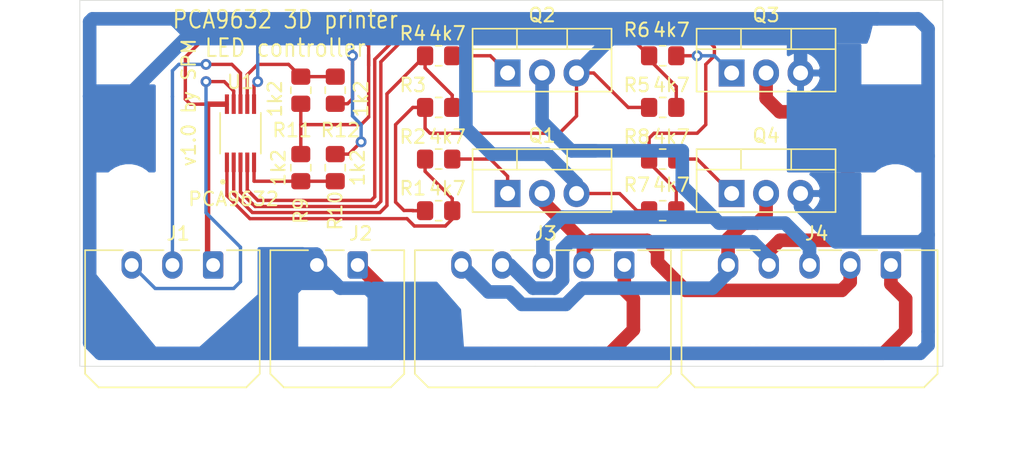
<source format=kicad_pcb>
(kicad_pcb (version 20171130) (host pcbnew 5.1.7)

  (general
    (thickness 1.6)
    (drawings 7)
    (tracks 279)
    (zones 0)
    (modules 25)
    (nets 20)
  )

  (page A4)
  (layers
    (0 F.Cu signal)
    (31 B.Cu signal)
    (32 B.Adhes user)
    (33 F.Adhes user)
    (34 B.Paste user)
    (35 F.Paste user)
    (36 B.SilkS user)
    (37 F.SilkS user)
    (38 B.Mask user)
    (39 F.Mask user)
    (40 Dwgs.User user)
    (41 Cmts.User user)
    (42 Eco1.User user)
    (43 Eco2.User user)
    (44 Edge.Cuts user)
    (45 Margin user)
    (46 B.CrtYd user)
    (47 F.CrtYd user)
    (48 B.Fab user)
    (49 F.Fab user)
  )

  (setup
    (last_trace_width 1)
    (user_trace_width 0.4)
    (user_trace_width 1)
    (trace_clearance 0.2)
    (zone_clearance 0.508)
    (zone_45_only no)
    (trace_min 0.2)
    (via_size 0.8)
    (via_drill 0.4)
    (via_min_size 0.4)
    (via_min_drill 0.3)
    (user_via 1.2 0.4)
    (uvia_size 0.3)
    (uvia_drill 0.1)
    (uvias_allowed no)
    (uvia_min_size 0.2)
    (uvia_min_drill 0.1)
    (edge_width 0.05)
    (segment_width 0.2)
    (pcb_text_width 0.3)
    (pcb_text_size 1.5 1.5)
    (mod_edge_width 0.12)
    (mod_text_size 1 1)
    (mod_text_width 0.15)
    (pad_size 1.524 1.524)
    (pad_drill 0.762)
    (pad_to_mask_clearance 0)
    (aux_axis_origin 0 0)
    (visible_elements FFFFFF7F)
    (pcbplotparams
      (layerselection 0x010f0_ffffffff)
      (usegerberextensions true)
      (usegerberattributes true)
      (usegerberadvancedattributes true)
      (creategerberjobfile true)
      (excludeedgelayer true)
      (linewidth 0.100000)
      (plotframeref false)
      (viasonmask false)
      (mode 1)
      (useauxorigin false)
      (hpglpennumber 1)
      (hpglpenspeed 20)
      (hpglpendiameter 15.000000)
      (psnegative false)
      (psa4output false)
      (plotreference true)
      (plotvalue true)
      (plotinvisibletext false)
      (padsonsilk false)
      (subtractmaskfromsilk false)
      (outputformat 1)
      (mirror false)
      (drillshape 0)
      (scaleselection 1)
      (outputdirectory "gerber/"))
  )

  (net 0 "")
  (net 1 "Net-(J1-Pad3)")
  (net 2 "Net-(J1-Pad2)")
  (net 3 +5V)
  (net 4 GND)
  (net 5 VDD)
  (net 6 "Net-(J3-Pad5)")
  (net 7 "Net-(J3-Pad4)")
  (net 8 "Net-(J3-Pad3)")
  (net 9 "Net-(J3-Pad2)")
  (net 10 "Net-(Q1-Pad1)")
  (net 11 "Net-(Q2-Pad1)")
  (net 12 "Net-(Q3-Pad1)")
  (net 13 "Net-(Q4-Pad1)")
  (net 14 "Net-(R1-Pad1)")
  (net 15 "Net-(R3-Pad1)")
  (net 16 "Net-(R5-Pad1)")
  (net 17 "Net-(R7-Pad1)")
  (net 18 "Net-(R10-Pad1)")
  (net 19 "Net-(R11-Pad2)")

  (net_class Default "This is the default net class."
    (clearance 0.2)
    (trace_width 0.25)
    (via_dia 0.8)
    (via_drill 0.4)
    (uvia_dia 0.3)
    (uvia_drill 0.1)
    (add_net +5V)
    (add_net GND)
    (add_net "Net-(J1-Pad2)")
    (add_net "Net-(J1-Pad3)")
    (add_net "Net-(J3-Pad2)")
    (add_net "Net-(J3-Pad3)")
    (add_net "Net-(J3-Pad4)")
    (add_net "Net-(J3-Pad5)")
    (add_net "Net-(Q1-Pad1)")
    (add_net "Net-(Q2-Pad1)")
    (add_net "Net-(Q3-Pad1)")
    (add_net "Net-(Q4-Pad1)")
    (add_net "Net-(R1-Pad1)")
    (add_net "Net-(R10-Pad1)")
    (add_net "Net-(R11-Pad2)")
    (add_net "Net-(R3-Pad1)")
    (add_net "Net-(R5-Pad1)")
    (add_net "Net-(R7-Pad1)")
    (add_net VDD)
  )

  (module MountingHole:MountingHole_3.2mm_M3 (layer F.Cu) (tedit 56D1B4CB) (tstamp 5FB44CFC)
    (at 70.5 92)
    (descr "Mounting Hole 3.2mm, no annular, M3")
    (tags "mounting hole 3.2mm no annular m3")
    (attr virtual)
    (fp_text reference REF** (at 0 -4.2) (layer F.SilkS) hide
      (effects (font (size 1 1) (thickness 0.15)))
    )
    (fp_text value MountingHole_3.2mm_M3 (at 0 4.2) (layer F.Fab)
      (effects (font (size 1 1) (thickness 0.15)))
    )
    (fp_text user %R (at 0.3 0) (layer F.Fab)
      (effects (font (size 1 1) (thickness 0.15)))
    )
    (fp_circle (center 0 0) (end 3.2 0) (layer Cmts.User) (width 0.15))
    (fp_circle (center 0 0) (end 3.45 0) (layer F.CrtYd) (width 0.05))
    (pad 1 np_thru_hole circle (at 0 0) (size 3.2 3.2) (drill 3.2) (layers *.Cu *.Mask))
  )

  (module MountingHole:MountingHole_3.2mm_M3 (layer F.Cu) (tedit 56D1B4CB) (tstamp 5FB44CC5)
    (at 70.5 81.5)
    (descr "Mounting Hole 3.2mm, no annular, M3")
    (tags "mounting hole 3.2mm no annular m3")
    (attr virtual)
    (fp_text reference REF** (at 0 -4.2) (layer F.SilkS) hide
      (effects (font (size 1 1) (thickness 0.15)))
    )
    (fp_text value MountingHole_3.2mm_M3 (at 0 4.2) (layer F.Fab)
      (effects (font (size 1 1) (thickness 0.15)))
    )
    (fp_circle (center 0 0) (end 3.45 0) (layer F.CrtYd) (width 0.05))
    (fp_circle (center 0 0) (end 3.2 0) (layer Cmts.User) (width 0.15))
    (fp_text user %R (at 0.3 0) (layer F.Fab)
      (effects (font (size 1 1) (thickness 0.15)))
    )
    (pad 1 np_thru_hole circle (at 0 0) (size 3.2 3.2) (drill 3.2) (layers *.Cu *.Mask))
  )

  (module MountingHole:MountingHole_3.2mm_M3 (layer F.Cu) (tedit 56D1B4CB) (tstamp 5FB44C8E)
    (at 127 92)
    (descr "Mounting Hole 3.2mm, no annular, M3")
    (tags "mounting hole 3.2mm no annular m3")
    (attr virtual)
    (fp_text reference REF** (at 0 -4.2) (layer F.SilkS) hide
      (effects (font (size 1 1) (thickness 0.15)))
    )
    (fp_text value MountingHole_3.2mm_M3 (at 0 4.2) (layer F.Fab)
      (effects (font (size 1 1) (thickness 0.15)))
    )
    (fp_circle (center 0 0) (end 3.45 0) (layer F.CrtYd) (width 0.05))
    (fp_circle (center 0 0) (end 3.2 0) (layer Cmts.User) (width 0.15))
    (fp_text user %R (at 0.3 0) (layer F.Fab)
      (effects (font (size 1 1) (thickness 0.15)))
    )
    (pad 1 np_thru_hole circle (at 0 0) (size 3.2 3.2) (drill 3.2) (layers *.Cu *.Mask))
  )

  (module MountingHole:MountingHole_3.2mm_M3 (layer F.Cu) (tedit 56D1B4CB) (tstamp 5FB44C03)
    (at 127 81.5)
    (descr "Mounting Hole 3.2mm, no annular, M3")
    (tags "mounting hole 3.2mm no annular m3")
    (attr virtual)
    (fp_text reference REF** (at 0 -4.2) (layer F.SilkS) hide
      (effects (font (size 1 1) (thickness 0.15)))
    )
    (fp_text value MountingHole_3.2mm_M3 (at 0 4.2) (layer F.Fab)
      (effects (font (size 1 1) (thickness 0.15)))
    )
    (fp_text user %R (at 0.3 0) (layer F.Fab)
      (effects (font (size 1 1) (thickness 0.15)))
    )
    (fp_circle (center 0 0) (end 3.2 0) (layer Cmts.User) (width 0.15))
    (fp_circle (center 0 0) (end 3.45 0) (layer F.CrtYd) (width 0.05))
    (pad 1 np_thru_hole circle (at 0 0) (size 3.2 3.2) (drill 3.2) (layers *.Cu *.Mask))
  )

  (module spm_footprints:SOP50P490X110-10N (layer F.Cu) (tedit 5FA7E293) (tstamp 5FA910BC)
    (at 78.74 87.605 90)
    (path /5FA9F9E0)
    (fp_text reference U1 (at 3.785 0 180) (layer F.SilkS)
      (effects (font (size 1 1) (thickness 0.15)))
    )
    (fp_text value PCA9632DP2,118 (at 0.737 2.54 270) (layer F.Fab)
      (effects (font (size 1 1) (thickness 0.015)))
    )
    (fp_line (start 3.115 -1.75) (end 3.115 1.75) (layer F.CrtYd) (width 0.05))
    (fp_line (start -3.115 -1.75) (end -3.115 1.75) (layer F.CrtYd) (width 0.05))
    (fp_line (start -3.115 1.75) (end 3.115 1.75) (layer F.CrtYd) (width 0.05))
    (fp_line (start -3.115 -1.75) (end 3.115 -1.75) (layer F.CrtYd) (width 0.05))
    (fp_line (start 1.5 -1.5) (end 1.5 1.5) (layer F.Fab) (width 0.127))
    (fp_line (start -1.5 -1.5) (end -1.5 1.5) (layer F.Fab) (width 0.127))
    (fp_line (start -1.5 1.5) (end 1.5 1.5) (layer F.SilkS) (width 0.127))
    (fp_line (start -1.5 -1.5) (end 1.5 -1.5) (layer F.SilkS) (width 0.127))
    (fp_line (start -1.5 1.5) (end 1.5 1.5) (layer F.Fab) (width 0.127))
    (fp_line (start -1.5 -1.5) (end 1.5 -1.5) (layer F.Fab) (width 0.127))
    (fp_circle (center -3.585 -1.3) (end -3.485 -1.3) (layer F.Fab) (width 0.2))
    (fp_circle (center -3.585 -1.3) (end -3.485 -1.3) (layer F.SilkS) (width 0.2))
    (fp_text user PCA9632 (at -4.851 -0.508 180) (layer F.SilkS)
      (effects (font (size 1 1) (thickness 0.15)))
    )
    (pad 10 smd rect (at 2.145 -1 90) (size 1.44 0.3) (layers F.Cu F.Paste F.Mask)
      (net 3 +5V))
    (pad 9 smd rect (at 2.145 -0.5 90) (size 1.44 0.3) (layers F.Cu F.Paste F.Mask)
      (net 1 "Net-(J1-Pad3)"))
    (pad 8 smd rect (at 2.145 0 90) (size 1.44 0.3) (layers F.Cu F.Paste F.Mask)
      (net 2 "Net-(J1-Pad2)"))
    (pad 7 smd rect (at 2.145 0.5 90) (size 1.44 0.3) (layers F.Cu F.Paste F.Mask)
      (net 19 "Net-(R11-Pad2)"))
    (pad 6 smd rect (at 2.145 1 90) (size 1.44 0.3) (layers F.Cu F.Paste F.Mask)
      (net 4 GND))
    (pad 5 smd rect (at -2.145 1 90) (size 1.44 0.3) (layers F.Cu F.Paste F.Mask)
      (net 18 "Net-(R10-Pad1)"))
    (pad 4 smd rect (at -2.145 0.5 90) (size 1.44 0.3) (layers F.Cu F.Paste F.Mask)
      (net 17 "Net-(R7-Pad1)"))
    (pad 3 smd rect (at -2.145 0 90) (size 1.44 0.3) (layers F.Cu F.Paste F.Mask)
      (net 16 "Net-(R5-Pad1)"))
    (pad 2 smd rect (at -2.145 -0.5 90) (size 1.44 0.3) (layers F.Cu F.Paste F.Mask)
      (net 15 "Net-(R3-Pad1)"))
    (pad 1 smd rect (at -2.145 -1 90) (size 1.44 0.3) (layers F.Cu F.Paste F.Mask)
      (net 14 "Net-(R1-Pad1)"))
  )

  (module Resistor_SMD:R_0805_2012Metric_Pad1.20x1.40mm_HandSolder (layer F.Cu) (tedit 5F68FEEE) (tstamp 5FA910A2)
    (at 85.725 84.43 270)
    (descr "Resistor SMD 0805 (2012 Metric), square (rectangular) end terminal, IPC_7351 nominal with elongated pad for handsoldering. (Body size source: IPC-SM-782 page 72, https://www.pcb-3d.com/wordpress/wp-content/uploads/ipc-sm-782a_amendment_1_and_2.pdf), generated with kicad-footprint-generator")
    (tags "resistor handsolder")
    (path /5FAA89D3)
    (attr smd)
    (fp_text reference R12 (at 2.946 -0.381 180) (layer F.SilkS)
      (effects (font (size 1 1) (thickness 0.15)))
    )
    (fp_text value 1k2 (at 0.635 -1.905 90) (layer F.SilkS)
      (effects (font (size 1 1) (thickness 0.15)))
    )
    (fp_line (start 1.85 0.95) (end -1.85 0.95) (layer F.CrtYd) (width 0.05))
    (fp_line (start 1.85 -0.95) (end 1.85 0.95) (layer F.CrtYd) (width 0.05))
    (fp_line (start -1.85 -0.95) (end 1.85 -0.95) (layer F.CrtYd) (width 0.05))
    (fp_line (start -1.85 0.95) (end -1.85 -0.95) (layer F.CrtYd) (width 0.05))
    (fp_line (start -0.227064 0.735) (end 0.227064 0.735) (layer F.SilkS) (width 0.12))
    (fp_line (start -0.227064 -0.735) (end 0.227064 -0.735) (layer F.SilkS) (width 0.12))
    (fp_line (start 1 0.625) (end -1 0.625) (layer F.Fab) (width 0.1))
    (fp_line (start 1 -0.625) (end 1 0.625) (layer F.Fab) (width 0.1))
    (fp_line (start -1 -0.625) (end 1 -0.625) (layer F.Fab) (width 0.1))
    (fp_line (start -1 0.625) (end -1 -0.625) (layer F.Fab) (width 0.1))
    (fp_text user %R (at 0 0 90) (layer F.Fab)
      (effects (font (size 0.5 0.5) (thickness 0.08)))
    )
    (pad 2 smd roundrect (at 1 0 270) (size 1.2 1.4) (layers F.Cu F.Paste F.Mask) (roundrect_rratio 0.2083325)
      (net 4 GND))
    (pad 1 smd roundrect (at -1 0 270) (size 1.2 1.4) (layers F.Cu F.Paste F.Mask) (roundrect_rratio 0.2083325)
      (net 19 "Net-(R11-Pad2)"))
    (model ${KISYS3DMOD}/Resistor_SMD.3dshapes/R_0805_2012Metric.wrl
      (at (xyz 0 0 0))
      (scale (xyz 1 1 1))
      (rotate (xyz 0 0 0))
    )
  )

  (module Resistor_SMD:R_0805_2012Metric_Pad1.20x1.40mm_HandSolder (layer F.Cu) (tedit 5F68FEEE) (tstamp 5FA91091)
    (at 83.185 84.43 90)
    (descr "Resistor SMD 0805 (2012 Metric), square (rectangular) end terminal, IPC_7351 nominal with elongated pad for handsoldering. (Body size source: IPC-SM-782 page 72, https://www.pcb-3d.com/wordpress/wp-content/uploads/ipc-sm-782a_amendment_1_and_2.pdf), generated with kicad-footprint-generator")
    (tags "resistor handsolder")
    (path /5FAA8575)
    (attr smd)
    (fp_text reference R11 (at -2.946 -0.635 180) (layer F.SilkS)
      (effects (font (size 1 1) (thickness 0.15)))
    )
    (fp_text value 1k2 (at -0.635 -1.905 90) (layer F.SilkS)
      (effects (font (size 1 1) (thickness 0.15)))
    )
    (fp_line (start 1.85 0.95) (end -1.85 0.95) (layer F.CrtYd) (width 0.05))
    (fp_line (start 1.85 -0.95) (end 1.85 0.95) (layer F.CrtYd) (width 0.05))
    (fp_line (start -1.85 -0.95) (end 1.85 -0.95) (layer F.CrtYd) (width 0.05))
    (fp_line (start -1.85 0.95) (end -1.85 -0.95) (layer F.CrtYd) (width 0.05))
    (fp_line (start -0.227064 0.735) (end 0.227064 0.735) (layer F.SilkS) (width 0.12))
    (fp_line (start -0.227064 -0.735) (end 0.227064 -0.735) (layer F.SilkS) (width 0.12))
    (fp_line (start 1 0.625) (end -1 0.625) (layer F.Fab) (width 0.1))
    (fp_line (start 1 -0.625) (end 1 0.625) (layer F.Fab) (width 0.1))
    (fp_line (start -1 -0.625) (end 1 -0.625) (layer F.Fab) (width 0.1))
    (fp_line (start -1 0.625) (end -1 -0.625) (layer F.Fab) (width 0.1))
    (fp_text user %R (at 0 0 90) (layer F.Fab)
      (effects (font (size 0.5 0.5) (thickness 0.08)))
    )
    (pad 2 smd roundrect (at 1 0 90) (size 1.2 1.4) (layers F.Cu F.Paste F.Mask) (roundrect_rratio 0.2083325)
      (net 19 "Net-(R11-Pad2)"))
    (pad 1 smd roundrect (at -1 0 90) (size 1.2 1.4) (layers F.Cu F.Paste F.Mask) (roundrect_rratio 0.2083325)
      (net 3 +5V))
    (model ${KISYS3DMOD}/Resistor_SMD.3dshapes/R_0805_2012Metric.wrl
      (at (xyz 0 0 0))
      (scale (xyz 1 1 1))
      (rotate (xyz 0 0 0))
    )
  )

  (module Resistor_SMD:R_0805_2012Metric_Pad1.20x1.40mm_HandSolder (layer F.Cu) (tedit 5F68FEEE) (tstamp 5FA91080)
    (at 85.725 90.145 90)
    (descr "Resistor SMD 0805 (2012 Metric), square (rectangular) end terminal, IPC_7351 nominal with elongated pad for handsoldering. (Body size source: IPC-SM-782 page 72, https://www.pcb-3d.com/wordpress/wp-content/uploads/ipc-sm-782a_amendment_1_and_2.pdf), generated with kicad-footprint-generator")
    (tags "resistor handsolder")
    (path /5FAA808D)
    (attr smd)
    (fp_text reference R10 (at -3.175 0 90) (layer F.SilkS)
      (effects (font (size 1 1) (thickness 0.15)))
    )
    (fp_text value 1k2 (at 0 1.65 90) (layer F.SilkS)
      (effects (font (size 1 1) (thickness 0.15)))
    )
    (fp_line (start 1.85 0.95) (end -1.85 0.95) (layer F.CrtYd) (width 0.05))
    (fp_line (start 1.85 -0.95) (end 1.85 0.95) (layer F.CrtYd) (width 0.05))
    (fp_line (start -1.85 -0.95) (end 1.85 -0.95) (layer F.CrtYd) (width 0.05))
    (fp_line (start -1.85 0.95) (end -1.85 -0.95) (layer F.CrtYd) (width 0.05))
    (fp_line (start -0.227064 0.735) (end 0.227064 0.735) (layer F.SilkS) (width 0.12))
    (fp_line (start -0.227064 -0.735) (end 0.227064 -0.735) (layer F.SilkS) (width 0.12))
    (fp_line (start 1 0.625) (end -1 0.625) (layer F.Fab) (width 0.1))
    (fp_line (start 1 -0.625) (end 1 0.625) (layer F.Fab) (width 0.1))
    (fp_line (start -1 -0.625) (end 1 -0.625) (layer F.Fab) (width 0.1))
    (fp_line (start -1 0.625) (end -1 -0.625) (layer F.Fab) (width 0.1))
    (fp_text user %R (at 0 0 90) (layer F.Fab)
      (effects (font (size 0.5 0.5) (thickness 0.08)))
    )
    (pad 2 smd roundrect (at 1 0 90) (size 1.2 1.4) (layers F.Cu F.Paste F.Mask) (roundrect_rratio 0.2083325)
      (net 4 GND))
    (pad 1 smd roundrect (at -1 0 90) (size 1.2 1.4) (layers F.Cu F.Paste F.Mask) (roundrect_rratio 0.2083325)
      (net 18 "Net-(R10-Pad1)"))
    (model ${KISYS3DMOD}/Resistor_SMD.3dshapes/R_0805_2012Metric.wrl
      (at (xyz 0 0 0))
      (scale (xyz 1 1 1))
      (rotate (xyz 0 0 0))
    )
  )

  (module Resistor_SMD:R_0805_2012Metric_Pad1.20x1.40mm_HandSolder (layer F.Cu) (tedit 5F68FEEE) (tstamp 5FA9106F)
    (at 83.185 90.145 270)
    (descr "Resistor SMD 0805 (2012 Metric), square (rectangular) end terminal, IPC_7351 nominal with elongated pad for handsoldering. (Body size source: IPC-SM-782 page 72, https://www.pcb-3d.com/wordpress/wp-content/uploads/ipc-sm-782a_amendment_1_and_2.pdf), generated with kicad-footprint-generator")
    (tags "resistor handsolder")
    (path /5FAA7965)
    (attr smd)
    (fp_text reference R9 (at 3.175 0 90) (layer F.SilkS)
      (effects (font (size 1 1) (thickness 0.15)))
    )
    (fp_text value 1k2 (at 0 1.65 90) (layer F.SilkS)
      (effects (font (size 1 1) (thickness 0.15)))
    )
    (fp_line (start 1.85 0.95) (end -1.85 0.95) (layer F.CrtYd) (width 0.05))
    (fp_line (start 1.85 -0.95) (end 1.85 0.95) (layer F.CrtYd) (width 0.05))
    (fp_line (start -1.85 -0.95) (end 1.85 -0.95) (layer F.CrtYd) (width 0.05))
    (fp_line (start -1.85 0.95) (end -1.85 -0.95) (layer F.CrtYd) (width 0.05))
    (fp_line (start -0.227064 0.735) (end 0.227064 0.735) (layer F.SilkS) (width 0.12))
    (fp_line (start -0.227064 -0.735) (end 0.227064 -0.735) (layer F.SilkS) (width 0.12))
    (fp_line (start 1 0.625) (end -1 0.625) (layer F.Fab) (width 0.1))
    (fp_line (start 1 -0.625) (end 1 0.625) (layer F.Fab) (width 0.1))
    (fp_line (start -1 -0.625) (end 1 -0.625) (layer F.Fab) (width 0.1))
    (fp_line (start -1 0.625) (end -1 -0.625) (layer F.Fab) (width 0.1))
    (fp_text user %R (at 0 0 90) (layer F.Fab)
      (effects (font (size 0.5 0.5) (thickness 0.08)))
    )
    (pad 2 smd roundrect (at 1 0 270) (size 1.2 1.4) (layers F.Cu F.Paste F.Mask) (roundrect_rratio 0.2083325)
      (net 18 "Net-(R10-Pad1)"))
    (pad 1 smd roundrect (at -1 0 270) (size 1.2 1.4) (layers F.Cu F.Paste F.Mask) (roundrect_rratio 0.2083325)
      (net 3 +5V))
    (model ${KISYS3DMOD}/Resistor_SMD.3dshapes/R_0805_2012Metric.wrl
      (at (xyz 0 0 0))
      (scale (xyz 1 1 1))
      (rotate (xyz 0 0 0))
    )
  )

  (module Resistor_SMD:R_0805_2012Metric_Pad1.20x1.40mm_HandSolder (layer F.Cu) (tedit 5F68FEEE) (tstamp 5FA9105E)
    (at 109.855 89.51)
    (descr "Resistor SMD 0805 (2012 Metric), square (rectangular) end terminal, IPC_7351 nominal with elongated pad for handsoldering. (Body size source: IPC-SM-782 page 72, https://www.pcb-3d.com/wordpress/wp-content/uploads/ipc-sm-782a_amendment_1_and_2.pdf), generated with kicad-footprint-generator")
    (tags "resistor handsolder")
    (path /5FAA7606)
    (attr smd)
    (fp_text reference R8 (at -1.905 -1.65) (layer F.SilkS)
      (effects (font (size 1 1) (thickness 0.15)))
    )
    (fp_text value 4k7 (at 0.635 -1.65) (layer F.SilkS)
      (effects (font (size 1 1) (thickness 0.15)))
    )
    (fp_line (start 1.85 0.95) (end -1.85 0.95) (layer F.CrtYd) (width 0.05))
    (fp_line (start 1.85 -0.95) (end 1.85 0.95) (layer F.CrtYd) (width 0.05))
    (fp_line (start -1.85 -0.95) (end 1.85 -0.95) (layer F.CrtYd) (width 0.05))
    (fp_line (start -1.85 0.95) (end -1.85 -0.95) (layer F.CrtYd) (width 0.05))
    (fp_line (start -0.227064 0.735) (end 0.227064 0.735) (layer F.SilkS) (width 0.12))
    (fp_line (start -0.227064 -0.735) (end 0.227064 -0.735) (layer F.SilkS) (width 0.12))
    (fp_line (start 1 0.625) (end -1 0.625) (layer F.Fab) (width 0.1))
    (fp_line (start 1 -0.625) (end 1 0.625) (layer F.Fab) (width 0.1))
    (fp_line (start -1 -0.625) (end 1 -0.625) (layer F.Fab) (width 0.1))
    (fp_line (start -1 0.625) (end -1 -0.625) (layer F.Fab) (width 0.1))
    (fp_text user %R (at 0 0) (layer F.Fab)
      (effects (font (size 0.5 0.5) (thickness 0.08)))
    )
    (pad 2 smd roundrect (at 1 0) (size 1.2 1.4) (layers F.Cu F.Paste F.Mask) (roundrect_rratio 0.2083325)
      (net 13 "Net-(Q4-Pad1)"))
    (pad 1 smd roundrect (at -1 0) (size 1.2 1.4) (layers F.Cu F.Paste F.Mask) (roundrect_rratio 0.2083325)
      (net 17 "Net-(R7-Pad1)"))
    (model ${KISYS3DMOD}/Resistor_SMD.3dshapes/R_0805_2012Metric.wrl
      (at (xyz 0 0 0))
      (scale (xyz 1 1 1))
      (rotate (xyz 0 0 0))
    )
  )

  (module Resistor_SMD:R_0805_2012Metric_Pad1.20x1.40mm_HandSolder (layer F.Cu) (tedit 5F68FEEE) (tstamp 5FA9104D)
    (at 109.855 93.32 180)
    (descr "Resistor SMD 0805 (2012 Metric), square (rectangular) end terminal, IPC_7351 nominal with elongated pad for handsoldering. (Body size source: IPC-SM-782 page 72, https://www.pcb-3d.com/wordpress/wp-content/uploads/ipc-sm-782a_amendment_1_and_2.pdf), generated with kicad-footprint-generator")
    (tags "resistor handsolder")
    (path /5FAA7152)
    (attr smd)
    (fp_text reference R7 (at 1.905 1.905) (layer F.SilkS)
      (effects (font (size 1 1) (thickness 0.15)))
    )
    (fp_text value 4k7 (at -0.635 1.905) (layer F.SilkS)
      (effects (font (size 1 1) (thickness 0.15)))
    )
    (fp_line (start 1.85 0.95) (end -1.85 0.95) (layer F.CrtYd) (width 0.05))
    (fp_line (start 1.85 -0.95) (end 1.85 0.95) (layer F.CrtYd) (width 0.05))
    (fp_line (start -1.85 -0.95) (end 1.85 -0.95) (layer F.CrtYd) (width 0.05))
    (fp_line (start -1.85 0.95) (end -1.85 -0.95) (layer F.CrtYd) (width 0.05))
    (fp_line (start -0.227064 0.735) (end 0.227064 0.735) (layer F.SilkS) (width 0.12))
    (fp_line (start -0.227064 -0.735) (end 0.227064 -0.735) (layer F.SilkS) (width 0.12))
    (fp_line (start 1 0.625) (end -1 0.625) (layer F.Fab) (width 0.1))
    (fp_line (start 1 -0.625) (end 1 0.625) (layer F.Fab) (width 0.1))
    (fp_line (start -1 -0.625) (end 1 -0.625) (layer F.Fab) (width 0.1))
    (fp_line (start -1 0.625) (end -1 -0.625) (layer F.Fab) (width 0.1))
    (fp_text user %R (at 0 0) (layer F.Fab)
      (effects (font (size 0.5 0.5) (thickness 0.08)))
    )
    (pad 2 smd roundrect (at 1 0 180) (size 1.2 1.4) (layers F.Cu F.Paste F.Mask) (roundrect_rratio 0.2083325)
      (net 4 GND))
    (pad 1 smd roundrect (at -1 0 180) (size 1.2 1.4) (layers F.Cu F.Paste F.Mask) (roundrect_rratio 0.2083325)
      (net 17 "Net-(R7-Pad1)"))
    (model ${KISYS3DMOD}/Resistor_SMD.3dshapes/R_0805_2012Metric.wrl
      (at (xyz 0 0 0))
      (scale (xyz 1 1 1))
      (rotate (xyz 0 0 0))
    )
  )

  (module Resistor_SMD:R_0805_2012Metric_Pad1.20x1.40mm_HandSolder (layer F.Cu) (tedit 5F68FEEE) (tstamp 5FA9103C)
    (at 109.855 81.89)
    (descr "Resistor SMD 0805 (2012 Metric), square (rectangular) end terminal, IPC_7351 nominal with elongated pad for handsoldering. (Body size source: IPC-SM-782 page 72, https://www.pcb-3d.com/wordpress/wp-content/uploads/ipc-sm-782a_amendment_1_and_2.pdf), generated with kicad-footprint-generator")
    (tags "resistor handsolder")
    (path /5FAA6D82)
    (attr smd)
    (fp_text reference R6 (at -1.905 -1.905) (layer F.SilkS)
      (effects (font (size 1 1) (thickness 0.15)))
    )
    (fp_text value 4k7 (at 0.635 -1.905) (layer F.SilkS)
      (effects (font (size 1 1) (thickness 0.15)))
    )
    (fp_line (start 1.85 0.95) (end -1.85 0.95) (layer F.CrtYd) (width 0.05))
    (fp_line (start 1.85 -0.95) (end 1.85 0.95) (layer F.CrtYd) (width 0.05))
    (fp_line (start -1.85 -0.95) (end 1.85 -0.95) (layer F.CrtYd) (width 0.05))
    (fp_line (start -1.85 0.95) (end -1.85 -0.95) (layer F.CrtYd) (width 0.05))
    (fp_line (start -0.227064 0.735) (end 0.227064 0.735) (layer F.SilkS) (width 0.12))
    (fp_line (start -0.227064 -0.735) (end 0.227064 -0.735) (layer F.SilkS) (width 0.12))
    (fp_line (start 1 0.625) (end -1 0.625) (layer F.Fab) (width 0.1))
    (fp_line (start 1 -0.625) (end 1 0.625) (layer F.Fab) (width 0.1))
    (fp_line (start -1 -0.625) (end 1 -0.625) (layer F.Fab) (width 0.1))
    (fp_line (start -1 0.625) (end -1 -0.625) (layer F.Fab) (width 0.1))
    (fp_text user %R (at 0 0) (layer F.Fab)
      (effects (font (size 0.5 0.5) (thickness 0.08)))
    )
    (pad 2 smd roundrect (at 1 0) (size 1.2 1.4) (layers F.Cu F.Paste F.Mask) (roundrect_rratio 0.2083325)
      (net 12 "Net-(Q3-Pad1)"))
    (pad 1 smd roundrect (at -1 0) (size 1.2 1.4) (layers F.Cu F.Paste F.Mask) (roundrect_rratio 0.2083325)
      (net 16 "Net-(R5-Pad1)"))
    (model ${KISYS3DMOD}/Resistor_SMD.3dshapes/R_0805_2012Metric.wrl
      (at (xyz 0 0 0))
      (scale (xyz 1 1 1))
      (rotate (xyz 0 0 0))
    )
  )

  (module Resistor_SMD:R_0805_2012Metric_Pad1.20x1.40mm_HandSolder (layer F.Cu) (tedit 5F68FEEE) (tstamp 5FA9102B)
    (at 109.855 85.7 180)
    (descr "Resistor SMD 0805 (2012 Metric), square (rectangular) end terminal, IPC_7351 nominal with elongated pad for handsoldering. (Body size source: IPC-SM-782 page 72, https://www.pcb-3d.com/wordpress/wp-content/uploads/ipc-sm-782a_amendment_1_and_2.pdf), generated with kicad-footprint-generator")
    (tags "resistor handsolder")
    (path /5FAA6903)
    (attr smd)
    (fp_text reference R5 (at 1.905 1.65) (layer F.SilkS)
      (effects (font (size 1 1) (thickness 0.15)))
    )
    (fp_text value 4k7 (at -0.635 1.65) (layer F.SilkS)
      (effects (font (size 1 1) (thickness 0.15)))
    )
    (fp_line (start 1.85 0.95) (end -1.85 0.95) (layer F.CrtYd) (width 0.05))
    (fp_line (start 1.85 -0.95) (end 1.85 0.95) (layer F.CrtYd) (width 0.05))
    (fp_line (start -1.85 -0.95) (end 1.85 -0.95) (layer F.CrtYd) (width 0.05))
    (fp_line (start -1.85 0.95) (end -1.85 -0.95) (layer F.CrtYd) (width 0.05))
    (fp_line (start -0.227064 0.735) (end 0.227064 0.735) (layer F.SilkS) (width 0.12))
    (fp_line (start -0.227064 -0.735) (end 0.227064 -0.735) (layer F.SilkS) (width 0.12))
    (fp_line (start 1 0.625) (end -1 0.625) (layer F.Fab) (width 0.1))
    (fp_line (start 1 -0.625) (end 1 0.625) (layer F.Fab) (width 0.1))
    (fp_line (start -1 -0.625) (end 1 -0.625) (layer F.Fab) (width 0.1))
    (fp_line (start -1 0.625) (end -1 -0.625) (layer F.Fab) (width 0.1))
    (fp_text user %R (at 0 0) (layer F.Fab)
      (effects (font (size 0.5 0.5) (thickness 0.08)))
    )
    (pad 2 smd roundrect (at 1 0 180) (size 1.2 1.4) (layers F.Cu F.Paste F.Mask) (roundrect_rratio 0.2083325)
      (net 4 GND))
    (pad 1 smd roundrect (at -1 0 180) (size 1.2 1.4) (layers F.Cu F.Paste F.Mask) (roundrect_rratio 0.2083325)
      (net 16 "Net-(R5-Pad1)"))
    (model ${KISYS3DMOD}/Resistor_SMD.3dshapes/R_0805_2012Metric.wrl
      (at (xyz 0 0 0))
      (scale (xyz 1 1 1))
      (rotate (xyz 0 0 0))
    )
  )

  (module Resistor_SMD:R_0805_2012Metric_Pad1.20x1.40mm_HandSolder (layer F.Cu) (tedit 5F68FEEE) (tstamp 5FA9101A)
    (at 93.345 81.89)
    (descr "Resistor SMD 0805 (2012 Metric), square (rectangular) end terminal, IPC_7351 nominal with elongated pad for handsoldering. (Body size source: IPC-SM-782 page 72, https://www.pcb-3d.com/wordpress/wp-content/uploads/ipc-sm-782a_amendment_1_and_2.pdf), generated with kicad-footprint-generator")
    (tags "resistor handsolder")
    (path /5FAA64C1)
    (attr smd)
    (fp_text reference R4 (at -1.905 -1.65) (layer F.SilkS)
      (effects (font (size 1 1) (thickness 0.15)))
    )
    (fp_text value 4k7 (at 0.635 -1.65) (layer F.SilkS)
      (effects (font (size 1 1) (thickness 0.15)))
    )
    (fp_line (start 1.85 0.95) (end -1.85 0.95) (layer F.CrtYd) (width 0.05))
    (fp_line (start 1.85 -0.95) (end 1.85 0.95) (layer F.CrtYd) (width 0.05))
    (fp_line (start -1.85 -0.95) (end 1.85 -0.95) (layer F.CrtYd) (width 0.05))
    (fp_line (start -1.85 0.95) (end -1.85 -0.95) (layer F.CrtYd) (width 0.05))
    (fp_line (start -0.227064 0.735) (end 0.227064 0.735) (layer F.SilkS) (width 0.12))
    (fp_line (start -0.227064 -0.735) (end 0.227064 -0.735) (layer F.SilkS) (width 0.12))
    (fp_line (start 1 0.625) (end -1 0.625) (layer F.Fab) (width 0.1))
    (fp_line (start 1 -0.625) (end 1 0.625) (layer F.Fab) (width 0.1))
    (fp_line (start -1 -0.625) (end 1 -0.625) (layer F.Fab) (width 0.1))
    (fp_line (start -1 0.625) (end -1 -0.625) (layer F.Fab) (width 0.1))
    (fp_text user %R (at 0 0) (layer F.Fab)
      (effects (font (size 0.5 0.5) (thickness 0.08)))
    )
    (pad 2 smd roundrect (at 1 0) (size 1.2 1.4) (layers F.Cu F.Paste F.Mask) (roundrect_rratio 0.2083325)
      (net 11 "Net-(Q2-Pad1)"))
    (pad 1 smd roundrect (at -1 0) (size 1.2 1.4) (layers F.Cu F.Paste F.Mask) (roundrect_rratio 0.2083325)
      (net 15 "Net-(R3-Pad1)"))
    (model ${KISYS3DMOD}/Resistor_SMD.3dshapes/R_0805_2012Metric.wrl
      (at (xyz 0 0 0))
      (scale (xyz 1 1 1))
      (rotate (xyz 0 0 0))
    )
  )

  (module Resistor_SMD:R_0805_2012Metric_Pad1.20x1.40mm_HandSolder (layer F.Cu) (tedit 5F68FEEE) (tstamp 5FA91009)
    (at 93.345 85.7 180)
    (descr "Resistor SMD 0805 (2012 Metric), square (rectangular) end terminal, IPC_7351 nominal with elongated pad for handsoldering. (Body size source: IPC-SM-782 page 72, https://www.pcb-3d.com/wordpress/wp-content/uploads/ipc-sm-782a_amendment_1_and_2.pdf), generated with kicad-footprint-generator")
    (tags "resistor handsolder")
    (path /5FAA616D)
    (attr smd)
    (fp_text reference R3 (at 1.905 1.65) (layer F.SilkS)
      (effects (font (size 1 1) (thickness 0.15)))
    )
    (fp_text value 4k7 (at -0.635 1.65) (layer F.Fab)
      (effects (font (size 1 1) (thickness 0.15)))
    )
    (fp_line (start 1.85 0.95) (end -1.85 0.95) (layer F.CrtYd) (width 0.05))
    (fp_line (start 1.85 -0.95) (end 1.85 0.95) (layer F.CrtYd) (width 0.05))
    (fp_line (start -1.85 -0.95) (end 1.85 -0.95) (layer F.CrtYd) (width 0.05))
    (fp_line (start -1.85 0.95) (end -1.85 -0.95) (layer F.CrtYd) (width 0.05))
    (fp_line (start -0.227064 0.735) (end 0.227064 0.735) (layer F.SilkS) (width 0.12))
    (fp_line (start -0.227064 -0.735) (end 0.227064 -0.735) (layer F.SilkS) (width 0.12))
    (fp_line (start 1 0.625) (end -1 0.625) (layer F.Fab) (width 0.1))
    (fp_line (start 1 -0.625) (end 1 0.625) (layer F.Fab) (width 0.1))
    (fp_line (start -1 -0.625) (end 1 -0.625) (layer F.Fab) (width 0.1))
    (fp_line (start -1 0.625) (end -1 -0.625) (layer F.Fab) (width 0.1))
    (fp_text user %R (at 0 0) (layer F.Fab)
      (effects (font (size 0.5 0.5) (thickness 0.08)))
    )
    (pad 2 smd roundrect (at 1 0 180) (size 1.2 1.4) (layers F.Cu F.Paste F.Mask) (roundrect_rratio 0.2083325)
      (net 4 GND))
    (pad 1 smd roundrect (at -1 0 180) (size 1.2 1.4) (layers F.Cu F.Paste F.Mask) (roundrect_rratio 0.2083325)
      (net 15 "Net-(R3-Pad1)"))
    (model ${KISYS3DMOD}/Resistor_SMD.3dshapes/R_0805_2012Metric.wrl
      (at (xyz 0 0 0))
      (scale (xyz 1 1 1))
      (rotate (xyz 0 0 0))
    )
  )

  (module Resistor_SMD:R_0805_2012Metric_Pad1.20x1.40mm_HandSolder (layer F.Cu) (tedit 5F68FEEE) (tstamp 5FA90FF8)
    (at 93.345 89.51)
    (descr "Resistor SMD 0805 (2012 Metric), square (rectangular) end terminal, IPC_7351 nominal with elongated pad for handsoldering. (Body size source: IPC-SM-782 page 72, https://www.pcb-3d.com/wordpress/wp-content/uploads/ipc-sm-782a_amendment_1_and_2.pdf), generated with kicad-footprint-generator")
    (tags "resistor handsolder")
    (path /5FAA5E93)
    (attr smd)
    (fp_text reference R2 (at -1.905 -1.65) (layer F.SilkS)
      (effects (font (size 1 1) (thickness 0.15)))
    )
    (fp_text value 4k7 (at 0.635 -1.65) (layer F.SilkS)
      (effects (font (size 1 1) (thickness 0.15)))
    )
    (fp_line (start 1.85 0.95) (end -1.85 0.95) (layer F.CrtYd) (width 0.05))
    (fp_line (start 1.85 -0.95) (end 1.85 0.95) (layer F.CrtYd) (width 0.05))
    (fp_line (start -1.85 -0.95) (end 1.85 -0.95) (layer F.CrtYd) (width 0.05))
    (fp_line (start -1.85 0.95) (end -1.85 -0.95) (layer F.CrtYd) (width 0.05))
    (fp_line (start -0.227064 0.735) (end 0.227064 0.735) (layer F.SilkS) (width 0.12))
    (fp_line (start -0.227064 -0.735) (end 0.227064 -0.735) (layer F.SilkS) (width 0.12))
    (fp_line (start 1 0.625) (end -1 0.625) (layer F.Fab) (width 0.1))
    (fp_line (start 1 -0.625) (end 1 0.625) (layer F.Fab) (width 0.1))
    (fp_line (start -1 -0.625) (end 1 -0.625) (layer F.Fab) (width 0.1))
    (fp_line (start -1 0.625) (end -1 -0.625) (layer F.Fab) (width 0.1))
    (fp_text user %R (at 0 0) (layer F.Fab)
      (effects (font (size 0.5 0.5) (thickness 0.08)))
    )
    (pad 2 smd roundrect (at 1 0) (size 1.2 1.4) (layers F.Cu F.Paste F.Mask) (roundrect_rratio 0.2083325)
      (net 10 "Net-(Q1-Pad1)"))
    (pad 1 smd roundrect (at -1 0) (size 1.2 1.4) (layers F.Cu F.Paste F.Mask) (roundrect_rratio 0.2083325)
      (net 14 "Net-(R1-Pad1)"))
    (model ${KISYS3DMOD}/Resistor_SMD.3dshapes/R_0805_2012Metric.wrl
      (at (xyz 0 0 0))
      (scale (xyz 1 1 1))
      (rotate (xyz 0 0 0))
    )
  )

  (module Resistor_SMD:R_0805_2012Metric_Pad1.20x1.40mm_HandSolder (layer F.Cu) (tedit 5F68FEEE) (tstamp 5FA90FE7)
    (at 93.345 93.32 180)
    (descr "Resistor SMD 0805 (2012 Metric), square (rectangular) end terminal, IPC_7351 nominal with elongated pad for handsoldering. (Body size source: IPC-SM-782 page 72, https://www.pcb-3d.com/wordpress/wp-content/uploads/ipc-sm-782a_amendment_1_and_2.pdf), generated with kicad-footprint-generator")
    (tags "resistor handsolder")
    (path /5FAA4814)
    (attr smd)
    (fp_text reference R1 (at 1.905 1.65) (layer F.SilkS)
      (effects (font (size 1 1) (thickness 0.15)))
    )
    (fp_text value 4k7 (at -0.635 1.65) (layer F.SilkS)
      (effects (font (size 1 1) (thickness 0.15)))
    )
    (fp_line (start 1.85 0.95) (end -1.85 0.95) (layer F.CrtYd) (width 0.05))
    (fp_line (start 1.85 -0.95) (end 1.85 0.95) (layer F.CrtYd) (width 0.05))
    (fp_line (start -1.85 -0.95) (end 1.85 -0.95) (layer F.CrtYd) (width 0.05))
    (fp_line (start -1.85 0.95) (end -1.85 -0.95) (layer F.CrtYd) (width 0.05))
    (fp_line (start -0.227064 0.735) (end 0.227064 0.735) (layer F.SilkS) (width 0.12))
    (fp_line (start -0.227064 -0.735) (end 0.227064 -0.735) (layer F.SilkS) (width 0.12))
    (fp_line (start 1 0.625) (end -1 0.625) (layer F.Fab) (width 0.1))
    (fp_line (start 1 -0.625) (end 1 0.625) (layer F.Fab) (width 0.1))
    (fp_line (start -1 -0.625) (end 1 -0.625) (layer F.Fab) (width 0.1))
    (fp_line (start -1 0.625) (end -1 -0.625) (layer F.Fab) (width 0.1))
    (fp_text user %R (at 0 0) (layer F.Fab)
      (effects (font (size 0.5 0.5) (thickness 0.08)))
    )
    (pad 2 smd roundrect (at 1 0 180) (size 1.2 1.4) (layers F.Cu F.Paste F.Mask) (roundrect_rratio 0.2083325)
      (net 4 GND))
    (pad 1 smd roundrect (at -1 0 180) (size 1.2 1.4) (layers F.Cu F.Paste F.Mask) (roundrect_rratio 0.2083325)
      (net 14 "Net-(R1-Pad1)"))
    (model ${KISYS3DMOD}/Resistor_SMD.3dshapes/R_0805_2012Metric.wrl
      (at (xyz 0 0 0))
      (scale (xyz 1 1 1))
      (rotate (xyz 0 0 0))
    )
  )

  (module Package_TO_SOT_THT:TO-220-3_Vertical (layer F.Cu) (tedit 5AC8BA0D) (tstamp 5FA90FD6)
    (at 114.935 92.05)
    (descr "TO-220-3, Vertical, RM 2.54mm, see https://www.vishay.com/docs/66542/to-220-1.pdf")
    (tags "TO-220-3 Vertical RM 2.54mm")
    (path /5FAA1A3A)
    (fp_text reference Q4 (at 2.54 -4.27) (layer F.SilkS)
      (effects (font (size 1 1) (thickness 0.15)))
    )
    (fp_text value IRLB8721PBF (at 2.54 2.5) (layer F.Fab)
      (effects (font (size 1 1) (thickness 0.15)))
    )
    (fp_line (start 7.79 -3.4) (end -2.71 -3.4) (layer F.CrtYd) (width 0.05))
    (fp_line (start 7.79 1.51) (end 7.79 -3.4) (layer F.CrtYd) (width 0.05))
    (fp_line (start -2.71 1.51) (end 7.79 1.51) (layer F.CrtYd) (width 0.05))
    (fp_line (start -2.71 -3.4) (end -2.71 1.51) (layer F.CrtYd) (width 0.05))
    (fp_line (start 4.391 -3.27) (end 4.391 -1.76) (layer F.SilkS) (width 0.12))
    (fp_line (start 0.69 -3.27) (end 0.69 -1.76) (layer F.SilkS) (width 0.12))
    (fp_line (start -2.58 -1.76) (end 7.66 -1.76) (layer F.SilkS) (width 0.12))
    (fp_line (start 7.66 -3.27) (end 7.66 1.371) (layer F.SilkS) (width 0.12))
    (fp_line (start -2.58 -3.27) (end -2.58 1.371) (layer F.SilkS) (width 0.12))
    (fp_line (start -2.58 1.371) (end 7.66 1.371) (layer F.SilkS) (width 0.12))
    (fp_line (start -2.58 -3.27) (end 7.66 -3.27) (layer F.SilkS) (width 0.12))
    (fp_line (start 4.39 -3.15) (end 4.39 -1.88) (layer F.Fab) (width 0.1))
    (fp_line (start 0.69 -3.15) (end 0.69 -1.88) (layer F.Fab) (width 0.1))
    (fp_line (start -2.46 -1.88) (end 7.54 -1.88) (layer F.Fab) (width 0.1))
    (fp_line (start 7.54 -3.15) (end -2.46 -3.15) (layer F.Fab) (width 0.1))
    (fp_line (start 7.54 1.25) (end 7.54 -3.15) (layer F.Fab) (width 0.1))
    (fp_line (start -2.46 1.25) (end 7.54 1.25) (layer F.Fab) (width 0.1))
    (fp_line (start -2.46 -3.15) (end -2.46 1.25) (layer F.Fab) (width 0.1))
    (fp_text user %R (at 2.54 -4.27) (layer F.Fab)
      (effects (font (size 1 1) (thickness 0.15)))
    )
    (pad 3 thru_hole oval (at 5.08 0) (size 1.905 2) (drill 1.1) (layers *.Cu *.Mask)
      (net 4 GND))
    (pad 2 thru_hole oval (at 2.54 0) (size 1.905 2) (drill 1.1) (layers *.Cu *.Mask)
      (net 6 "Net-(J3-Pad5)"))
    (pad 1 thru_hole rect (at 0 0) (size 1.905 2) (drill 1.1) (layers *.Cu *.Mask)
      (net 13 "Net-(Q4-Pad1)"))
    (model ${KISYS3DMOD}/Package_TO_SOT_THT.3dshapes/TO-220-3_Vertical.wrl
      (at (xyz 0 0 0))
      (scale (xyz 1 1 1))
      (rotate (xyz 0 0 0))
    )
  )

  (module Package_TO_SOT_THT:TO-220-3_Vertical (layer F.Cu) (tedit 5AC8BA0D) (tstamp 5FA90FBC)
    (at 114.935 83.16)
    (descr "TO-220-3, Vertical, RM 2.54mm, see https://www.vishay.com/docs/66542/to-220-1.pdf")
    (tags "TO-220-3 Vertical RM 2.54mm")
    (path /5FAA28EF)
    (fp_text reference Q3 (at 2.54 -4.27) (layer F.SilkS)
      (effects (font (size 1 1) (thickness 0.15)))
    )
    (fp_text value IRLB8721PBF (at 2.54 2.5) (layer F.Fab)
      (effects (font (size 1 1) (thickness 0.15)))
    )
    (fp_line (start 7.79 -3.4) (end -2.71 -3.4) (layer F.CrtYd) (width 0.05))
    (fp_line (start 7.79 1.51) (end 7.79 -3.4) (layer F.CrtYd) (width 0.05))
    (fp_line (start -2.71 1.51) (end 7.79 1.51) (layer F.CrtYd) (width 0.05))
    (fp_line (start -2.71 -3.4) (end -2.71 1.51) (layer F.CrtYd) (width 0.05))
    (fp_line (start 4.391 -3.27) (end 4.391 -1.76) (layer F.SilkS) (width 0.12))
    (fp_line (start 0.69 -3.27) (end 0.69 -1.76) (layer F.SilkS) (width 0.12))
    (fp_line (start -2.58 -1.76) (end 7.66 -1.76) (layer F.SilkS) (width 0.12))
    (fp_line (start 7.66 -3.27) (end 7.66 1.371) (layer F.SilkS) (width 0.12))
    (fp_line (start -2.58 -3.27) (end -2.58 1.371) (layer F.SilkS) (width 0.12))
    (fp_line (start -2.58 1.371) (end 7.66 1.371) (layer F.SilkS) (width 0.12))
    (fp_line (start -2.58 -3.27) (end 7.66 -3.27) (layer F.SilkS) (width 0.12))
    (fp_line (start 4.39 -3.15) (end 4.39 -1.88) (layer F.Fab) (width 0.1))
    (fp_line (start 0.69 -3.15) (end 0.69 -1.88) (layer F.Fab) (width 0.1))
    (fp_line (start -2.46 -1.88) (end 7.54 -1.88) (layer F.Fab) (width 0.1))
    (fp_line (start 7.54 -3.15) (end -2.46 -3.15) (layer F.Fab) (width 0.1))
    (fp_line (start 7.54 1.25) (end 7.54 -3.15) (layer F.Fab) (width 0.1))
    (fp_line (start -2.46 1.25) (end 7.54 1.25) (layer F.Fab) (width 0.1))
    (fp_line (start -2.46 -3.15) (end -2.46 1.25) (layer F.Fab) (width 0.1))
    (fp_text user %R (at 2.54 -4.27) (layer F.Fab)
      (effects (font (size 1 1) (thickness 0.15)))
    )
    (pad 3 thru_hole oval (at 5.08 0) (size 1.905 2) (drill 1.1) (layers *.Cu *.Mask)
      (net 4 GND))
    (pad 2 thru_hole oval (at 2.54 0) (size 1.905 2) (drill 1.1) (layers *.Cu *.Mask)
      (net 7 "Net-(J3-Pad4)"))
    (pad 1 thru_hole rect (at 0 0) (size 1.905 2) (drill 1.1) (layers *.Cu *.Mask)
      (net 12 "Net-(Q3-Pad1)"))
    (model ${KISYS3DMOD}/Package_TO_SOT_THT.3dshapes/TO-220-3_Vertical.wrl
      (at (xyz 0 0 0))
      (scale (xyz 1 1 1))
      (rotate (xyz 0 0 0))
    )
  )

  (module Package_TO_SOT_THT:TO-220-3_Vertical (layer F.Cu) (tedit 5AC8BA0D) (tstamp 5FA90FA2)
    (at 98.425 83.16)
    (descr "TO-220-3, Vertical, RM 2.54mm, see https://www.vishay.com/docs/66542/to-220-1.pdf")
    (tags "TO-220-3 Vertical RM 2.54mm")
    (path /5FC30B3D)
    (fp_text reference Q2 (at 2.54 -4.27) (layer F.SilkS)
      (effects (font (size 1 1) (thickness 0.15)))
    )
    (fp_text value IRLB8721PBF (at 2.54 2.5) (layer F.Fab)
      (effects (font (size 1 1) (thickness 0.15)))
    )
    (fp_line (start 7.79 -3.4) (end -2.71 -3.4) (layer F.CrtYd) (width 0.05))
    (fp_line (start 7.79 1.51) (end 7.79 -3.4) (layer F.CrtYd) (width 0.05))
    (fp_line (start -2.71 1.51) (end 7.79 1.51) (layer F.CrtYd) (width 0.05))
    (fp_line (start -2.71 -3.4) (end -2.71 1.51) (layer F.CrtYd) (width 0.05))
    (fp_line (start 4.391 -3.27) (end 4.391 -1.76) (layer F.SilkS) (width 0.12))
    (fp_line (start 0.69 -3.27) (end 0.69 -1.76) (layer F.SilkS) (width 0.12))
    (fp_line (start -2.58 -1.76) (end 7.66 -1.76) (layer F.SilkS) (width 0.12))
    (fp_line (start 7.66 -3.27) (end 7.66 1.371) (layer F.SilkS) (width 0.12))
    (fp_line (start -2.58 -3.27) (end -2.58 1.371) (layer F.SilkS) (width 0.12))
    (fp_line (start -2.58 1.371) (end 7.66 1.371) (layer F.SilkS) (width 0.12))
    (fp_line (start -2.58 -3.27) (end 7.66 -3.27) (layer F.SilkS) (width 0.12))
    (fp_line (start 4.39 -3.15) (end 4.39 -1.88) (layer F.Fab) (width 0.1))
    (fp_line (start 0.69 -3.15) (end 0.69 -1.88) (layer F.Fab) (width 0.1))
    (fp_line (start -2.46 -1.88) (end 7.54 -1.88) (layer F.Fab) (width 0.1))
    (fp_line (start 7.54 -3.15) (end -2.46 -3.15) (layer F.Fab) (width 0.1))
    (fp_line (start 7.54 1.25) (end 7.54 -3.15) (layer F.Fab) (width 0.1))
    (fp_line (start -2.46 1.25) (end 7.54 1.25) (layer F.Fab) (width 0.1))
    (fp_line (start -2.46 -3.15) (end -2.46 1.25) (layer F.Fab) (width 0.1))
    (fp_text user %R (at 2.54 -4.27) (layer F.Fab)
      (effects (font (size 1 1) (thickness 0.15)))
    )
    (pad 3 thru_hole oval (at 5.08 0) (size 1.905 2) (drill 1.1) (layers *.Cu *.Mask)
      (net 4 GND))
    (pad 2 thru_hole oval (at 2.54 0) (size 1.905 2) (drill 1.1) (layers *.Cu *.Mask)
      (net 8 "Net-(J3-Pad3)"))
    (pad 1 thru_hole rect (at 0 0) (size 1.905 2) (drill 1.1) (layers *.Cu *.Mask)
      (net 11 "Net-(Q2-Pad1)"))
    (model ${KISYS3DMOD}/Package_TO_SOT_THT.3dshapes/TO-220-3_Vertical.wrl
      (at (xyz 0 0 0))
      (scale (xyz 1 1 1))
      (rotate (xyz 0 0 0))
    )
  )

  (module Package_TO_SOT_THT:TO-220-3_Vertical (layer F.Cu) (tedit 5AC8BA0D) (tstamp 5FA90F88)
    (at 98.425 92.05)
    (descr "TO-220-3, Vertical, RM 2.54mm, see https://www.vishay.com/docs/66542/to-220-1.pdf")
    (tags "TO-220-3 Vertical RM 2.54mm")
    (path /5FAA3147)
    (fp_text reference Q1 (at 2.54 -4.27) (layer F.SilkS)
      (effects (font (size 1 1) (thickness 0.15)))
    )
    (fp_text value IRLB8721PBF (at 2.54 2.5) (layer F.Fab)
      (effects (font (size 1 1) (thickness 0.15)))
    )
    (fp_line (start 7.79 -3.4) (end -2.71 -3.4) (layer F.CrtYd) (width 0.05))
    (fp_line (start 7.79 1.51) (end 7.79 -3.4) (layer F.CrtYd) (width 0.05))
    (fp_line (start -2.71 1.51) (end 7.79 1.51) (layer F.CrtYd) (width 0.05))
    (fp_line (start -2.71 -3.4) (end -2.71 1.51) (layer F.CrtYd) (width 0.05))
    (fp_line (start 4.391 -3.27) (end 4.391 -1.76) (layer F.SilkS) (width 0.12))
    (fp_line (start 0.69 -3.27) (end 0.69 -1.76) (layer F.SilkS) (width 0.12))
    (fp_line (start -2.58 -1.76) (end 7.66 -1.76) (layer F.SilkS) (width 0.12))
    (fp_line (start 7.66 -3.27) (end 7.66 1.371) (layer F.SilkS) (width 0.12))
    (fp_line (start -2.58 -3.27) (end -2.58 1.371) (layer F.SilkS) (width 0.12))
    (fp_line (start -2.58 1.371) (end 7.66 1.371) (layer F.SilkS) (width 0.12))
    (fp_line (start -2.58 -3.27) (end 7.66 -3.27) (layer F.SilkS) (width 0.12))
    (fp_line (start 4.39 -3.15) (end 4.39 -1.88) (layer F.Fab) (width 0.1))
    (fp_line (start 0.69 -3.15) (end 0.69 -1.88) (layer F.Fab) (width 0.1))
    (fp_line (start -2.46 -1.88) (end 7.54 -1.88) (layer F.Fab) (width 0.1))
    (fp_line (start 7.54 -3.15) (end -2.46 -3.15) (layer F.Fab) (width 0.1))
    (fp_line (start 7.54 1.25) (end 7.54 -3.15) (layer F.Fab) (width 0.1))
    (fp_line (start -2.46 1.25) (end 7.54 1.25) (layer F.Fab) (width 0.1))
    (fp_line (start -2.46 -3.15) (end -2.46 1.25) (layer F.Fab) (width 0.1))
    (fp_text user %R (at 2.54 -4.27) (layer F.Fab)
      (effects (font (size 1 1) (thickness 0.15)))
    )
    (pad 3 thru_hole oval (at 5.08 0) (size 1.905 2) (drill 1.1) (layers *.Cu *.Mask)
      (net 4 GND))
    (pad 2 thru_hole oval (at 2.54 0) (size 1.905 2) (drill 1.1) (layers *.Cu *.Mask)
      (net 9 "Net-(J3-Pad2)"))
    (pad 1 thru_hole rect (at 0 0) (size 1.905 2) (drill 1.1) (layers *.Cu *.Mask)
      (net 10 "Net-(Q1-Pad1)"))
    (model ${KISYS3DMOD}/Package_TO_SOT_THT.3dshapes/TO-220-3_Vertical.wrl
      (at (xyz 0 0 0))
      (scale (xyz 1 1 1))
      (rotate (xyz 0 0 0))
    )
  )

  (module molex:Molex_Micro-Fit_3.0_43650-0500_1x05_P3.00mm_Horizontal (layer F.Cu) (tedit 5B79A392) (tstamp 5FA90F6E)
    (at 126.675 97.325 180)
    (descr "Molex Micro-Fit 3.0 Connector System, 43650-0500 (compatible alternatives: 43650-0501, 43650-0502), 5 Pins per row (https://www.molex.com/pdm_docs/sd/436500300_sd.pdf), generated with kicad-footprint-generator")
    (tags "connector Molex Micro-Fit_3.0 top entry")
    (path /5FC67F0F)
    (fp_text reference J4 (at 5.475 2.325) (layer F.SilkS)
      (effects (font (size 1 1) (thickness 0.15)))
    )
    (fp_text value Conn_01x05_Male (at 6.525 -12.55) (layer F.Fab)
      (effects (font (size 1 1) (thickness 0.15)))
    )
    (fp_line (start 15.82 1.48) (end -3.82 1.48) (layer F.CrtYd) (width 0.05))
    (fp_line (start 15.82 -9.42) (end 15.82 1.48) (layer F.CrtYd) (width 0.05))
    (fp_line (start -3.82 -9.42) (end 15.82 -9.42) (layer F.CrtYd) (width 0.05))
    (fp_line (start -3.82 1.48) (end -3.82 -9.42) (layer F.CrtYd) (width 0.05))
    (fp_line (start 9.651767 1.09) (end 11.348233 1.09) (layer F.SilkS) (width 0.12))
    (fp_line (start 6.651767 1.09) (end 8.348233 1.09) (layer F.SilkS) (width 0.12))
    (fp_line (start 3.651767 1.09) (end 5.348233 1.09) (layer F.SilkS) (width 0.12))
    (fp_line (start 1.01 1.09) (end 2.348233 1.09) (layer F.SilkS) (width 0.12))
    (fp_line (start 15.435 1.09) (end 12.651767 1.09) (layer F.SilkS) (width 0.12))
    (fp_line (start -3.435 1.09) (end -1.01 1.09) (layer F.SilkS) (width 0.12))
    (fp_line (start 15.435 -8.03) (end 15.435 1.09) (layer F.SilkS) (width 0.12))
    (fp_line (start 14.435 -9.03) (end 15.435 -8.03) (layer F.SilkS) (width 0.12))
    (fp_line (start -2.435 -9.03) (end 14.435 -9.03) (layer F.SilkS) (width 0.12))
    (fp_line (start -3.435 -8.03) (end -2.435 -9.03) (layer F.SilkS) (width 0.12))
    (fp_line (start -3.435 1.09) (end -3.435 -8.03) (layer F.SilkS) (width 0.12))
    (fp_line (start 0 0) (end 0.75 0.98) (layer F.Fab) (width 0.1))
    (fp_line (start -0.75 0.98) (end 0 0) (layer F.Fab) (width 0.1))
    (fp_line (start 15.325 0.98) (end -3.325 0.98) (layer F.Fab) (width 0.1))
    (fp_line (start 15.325 -7.92) (end 15.325 0.98) (layer F.Fab) (width 0.1))
    (fp_line (start 14.325 -8.92) (end 15.325 -7.92) (layer F.Fab) (width 0.1))
    (fp_line (start -2.325 -8.92) (end 14.325 -8.92) (layer F.Fab) (width 0.1))
    (fp_line (start -3.325 -7.92) (end -2.325 -8.92) (layer F.Fab) (width 0.1))
    (fp_line (start -3.325 0.98) (end -3.325 -7.92) (layer F.Fab) (width 0.1))
    (fp_text user %R (at 6 -8.22) (layer F.Fab)
      (effects (font (size 1 1) (thickness 0.15)))
    )
    (pad 5 thru_hole oval (at 12 0 180) (size 1.5 2.02) (drill 1.02) (layers *.Cu *.Mask)
      (net 6 "Net-(J3-Pad5)"))
    (pad 4 thru_hole oval (at 9 0 180) (size 1.5 2.02) (drill 1.02) (layers *.Cu *.Mask)
      (net 7 "Net-(J3-Pad4)"))
    (pad 3 thru_hole oval (at 6 0 180) (size 1.5 2.02) (drill 1.02) (layers *.Cu *.Mask)
      (net 8 "Net-(J3-Pad3)"))
    (pad 2 thru_hole oval (at 3 0 180) (size 1.5 2.02) (drill 1.02) (layers *.Cu *.Mask)
      (net 9 "Net-(J3-Pad2)"))
    (pad 1 thru_hole roundrect (at 0 0 180) (size 1.5 2.02) (drill 1.02) (layers *.Cu *.Mask) (roundrect_rratio 0.1666666666666667)
      (net 5 VDD))
    (pad "" np_thru_hole circle (at 9.85 -4.32 180) (size 3 3) (drill 3) (layers *.Cu *.Mask))
    (pad "" np_thru_hole circle (at 2.15 -4.32 180) (size 3 3) (drill 3) (layers *.Cu *.Mask))
    (model ${KISYS3DMOD}/Connector_Molex.3dshapes/Molex_Micro-Fit_3.0_43650-0500_1x05_P3.00mm_Horizontal.wrl
      (at (xyz 0 0 0))
      (scale (xyz 1 1 1))
      (rotate (xyz 0 0 0))
    )
  )

  (module molex:Molex_Micro-Fit_3.0_43650-0500_1x05_P3.00mm_Horizontal (layer F.Cu) (tedit 5B79A392) (tstamp 5FA90F4B)
    (at 107.025 97.325 180)
    (descr "Molex Micro-Fit 3.0 Connector System, 43650-0500 (compatible alternatives: 43650-0501, 43650-0502), 5 Pins per row (https://www.molex.com/pdm_docs/sd/436500300_sd.pdf), generated with kicad-footprint-generator")
    (tags "connector Molex Micro-Fit_3.0 top entry")
    (path /5FAAF426)
    (fp_text reference J3 (at 5.825 2.325) (layer F.SilkS)
      (effects (font (size 1 1) (thickness 0.15)))
    )
    (fp_text value Conn_01x05_Male (at 6.425 -11.25) (layer F.Fab)
      (effects (font (size 1 1) (thickness 0.15)))
    )
    (fp_line (start 15.82 1.48) (end -3.82 1.48) (layer F.CrtYd) (width 0.05))
    (fp_line (start 15.82 -9.42) (end 15.82 1.48) (layer F.CrtYd) (width 0.05))
    (fp_line (start -3.82 -9.42) (end 15.82 -9.42) (layer F.CrtYd) (width 0.05))
    (fp_line (start -3.82 1.48) (end -3.82 -9.42) (layer F.CrtYd) (width 0.05))
    (fp_line (start 9.651767 1.09) (end 11.348233 1.09) (layer F.SilkS) (width 0.12))
    (fp_line (start 6.651767 1.09) (end 8.348233 1.09) (layer F.SilkS) (width 0.12))
    (fp_line (start 3.651767 1.09) (end 5.348233 1.09) (layer F.SilkS) (width 0.12))
    (fp_line (start 1.01 1.09) (end 2.348233 1.09) (layer F.SilkS) (width 0.12))
    (fp_line (start 15.435 1.09) (end 12.651767 1.09) (layer F.SilkS) (width 0.12))
    (fp_line (start -3.435 1.09) (end -1.01 1.09) (layer F.SilkS) (width 0.12))
    (fp_line (start 15.435 -8.03) (end 15.435 1.09) (layer F.SilkS) (width 0.12))
    (fp_line (start 14.435 -9.03) (end 15.435 -8.03) (layer F.SilkS) (width 0.12))
    (fp_line (start -2.435 -9.03) (end 14.435 -9.03) (layer F.SilkS) (width 0.12))
    (fp_line (start -3.435 -8.03) (end -2.435 -9.03) (layer F.SilkS) (width 0.12))
    (fp_line (start -3.435 1.09) (end -3.435 -8.03) (layer F.SilkS) (width 0.12))
    (fp_line (start 0 0) (end 0.75 0.98) (layer F.Fab) (width 0.1))
    (fp_line (start -0.75 0.98) (end 0 0) (layer F.Fab) (width 0.1))
    (fp_line (start 15.325 0.98) (end -3.325 0.98) (layer F.Fab) (width 0.1))
    (fp_line (start 15.325 -7.92) (end 15.325 0.98) (layer F.Fab) (width 0.1))
    (fp_line (start 14.325 -8.92) (end 15.325 -7.92) (layer F.Fab) (width 0.1))
    (fp_line (start -2.325 -8.92) (end 14.325 -8.92) (layer F.Fab) (width 0.1))
    (fp_line (start -3.325 -7.92) (end -2.325 -8.92) (layer F.Fab) (width 0.1))
    (fp_line (start -3.325 0.98) (end -3.325 -7.92) (layer F.Fab) (width 0.1))
    (fp_text user %R (at 6 -8.22) (layer F.Fab)
      (effects (font (size 1 1) (thickness 0.15)))
    )
    (pad 5 thru_hole oval (at 12 0 180) (size 1.5 2.02) (drill 1.02) (layers *.Cu *.Mask)
      (net 6 "Net-(J3-Pad5)"))
    (pad 4 thru_hole oval (at 9 0 180) (size 1.5 2.02) (drill 1.02) (layers *.Cu *.Mask)
      (net 7 "Net-(J3-Pad4)"))
    (pad 3 thru_hole oval (at 6 0 180) (size 1.5 2.02) (drill 1.02) (layers *.Cu *.Mask)
      (net 8 "Net-(J3-Pad3)"))
    (pad 2 thru_hole oval (at 3 0 180) (size 1.5 2.02) (drill 1.02) (layers *.Cu *.Mask)
      (net 9 "Net-(J3-Pad2)"))
    (pad 1 thru_hole roundrect (at 0 0 180) (size 1.5 2.02) (drill 1.02) (layers *.Cu *.Mask) (roundrect_rratio 0.1666666666666667)
      (net 5 VDD))
    (pad "" np_thru_hole circle (at 9.85 -4.32 180) (size 3 3) (drill 3) (layers *.Cu *.Mask))
    (pad "" np_thru_hole circle (at 2.15 -4.32 180) (size 3 3) (drill 3) (layers *.Cu *.Mask))
    (model ${KISYS3DMOD}/Connector_Molex.3dshapes/Molex_Micro-Fit_3.0_43650-0500_1x05_P3.00mm_Horizontal.wrl
      (at (xyz 0 0 0))
      (scale (xyz 1 1 1))
      (rotate (xyz 0 0 0))
    )
  )

  (module molex:Molex_Micro-Fit_3.0_43650-0200_1x02_P3.00mm_Horizontal (layer F.Cu) (tedit 5B79A392) (tstamp 5FA90F28)
    (at 87.375 97.325 180)
    (descr "Molex Micro-Fit 3.0 Connector System, 43650-0200 (compatible alternatives: 43650-0201, 43650-0202), 2 Pins per row (https://www.molex.com/pdm_docs/sd/436500300_sd.pdf), generated with kicad-footprint-generator")
    (tags "connector Molex Micro-Fit_3.0 top entry")
    (path /5FAB0D41)
    (fp_text reference J2 (at -0.225 2.325) (layer F.SilkS)
      (effects (font (size 1 1) (thickness 0.15)))
    )
    (fp_text value Conn_01x02_Male (at 1.05 -13.85) (layer F.Fab)
      (effects (font (size 1 1) (thickness 0.15)))
    )
    (fp_line (start 6.82 1.48) (end -3.82 1.48) (layer F.CrtYd) (width 0.05))
    (fp_line (start 6.82 -9.42) (end 6.82 1.48) (layer F.CrtYd) (width 0.05))
    (fp_line (start -3.82 -9.42) (end 6.82 -9.42) (layer F.CrtYd) (width 0.05))
    (fp_line (start -3.82 1.48) (end -3.82 -9.42) (layer F.CrtYd) (width 0.05))
    (fp_line (start 1.01 1.09) (end 2.348233 1.09) (layer F.SilkS) (width 0.12))
    (fp_line (start 6.435 1.09) (end 3.651767 1.09) (layer F.SilkS) (width 0.12))
    (fp_line (start -3.435 1.09) (end -1.01 1.09) (layer F.SilkS) (width 0.12))
    (fp_line (start 6.435 -8.03) (end 6.435 1.09) (layer F.SilkS) (width 0.12))
    (fp_line (start 5.435 -9.03) (end 6.435 -8.03) (layer F.SilkS) (width 0.12))
    (fp_line (start -2.435 -9.03) (end 5.435 -9.03) (layer F.SilkS) (width 0.12))
    (fp_line (start -3.435 -8.03) (end -2.435 -9.03) (layer F.SilkS) (width 0.12))
    (fp_line (start -3.435 1.09) (end -3.435 -8.03) (layer F.SilkS) (width 0.12))
    (fp_line (start 0 0) (end 0.75 0.98) (layer F.Fab) (width 0.1))
    (fp_line (start -0.75 0.98) (end 0 0) (layer F.Fab) (width 0.1))
    (fp_line (start 6.325 0.98) (end -3.325 0.98) (layer F.Fab) (width 0.1))
    (fp_line (start 6.325 -7.92) (end 6.325 0.98) (layer F.Fab) (width 0.1))
    (fp_line (start 5.325 -8.92) (end 6.325 -7.92) (layer F.Fab) (width 0.1))
    (fp_line (start -2.325 -8.92) (end 5.325 -8.92) (layer F.Fab) (width 0.1))
    (fp_line (start -3.325 -7.92) (end -2.325 -8.92) (layer F.Fab) (width 0.1))
    (fp_line (start -3.325 0.98) (end -3.325 -7.92) (layer F.Fab) (width 0.1))
    (fp_text user %R (at 1.5 -8.22) (layer F.Fab)
      (effects (font (size 1 1) (thickness 0.15)))
    )
    (pad 2 thru_hole oval (at 3 0 180) (size 1.5 2.02) (drill 1.02) (layers *.Cu *.Mask)
      (net 4 GND))
    (pad 1 thru_hole roundrect (at 0 0 180) (size 1.5 2.02) (drill 1.02) (layers *.Cu *.Mask) (roundrect_rratio 0.1666666666666667)
      (net 5 VDD))
    (pad "" np_thru_hole circle (at 1.5 -4.32 180) (size 3 3) (drill 3) (layers *.Cu *.Mask))
    (model ${KISYS3DMOD}/Connector_Molex.3dshapes/Molex_Micro-Fit_3.0_43650-0200_1x02_P3.00mm_Horizontal.wrl
      (at (xyz 0 0 0))
      (scale (xyz 1 1 1))
      (rotate (xyz 0 0 0))
    )
  )

  (module molex:Molex_Micro-Fit_3.0_43650-0300_1x03_P3.00mm_Horizontal (layer F.Cu) (tedit 5B79A392) (tstamp 5FA90F0C)
    (at 76.725 97.325 180)
    (descr "Molex Micro-Fit 3.0 Connector System, 43650-0300 (compatible alternatives: 43650-0301, 43650-0302), 3 Pins per row (https://www.molex.com/pdm_docs/sd/436500300_sd.pdf), generated with kicad-footprint-generator")
    (tags "connector Molex Micro-Fit_3.0 top entry")
    (path /5FAB2B68)
    (fp_text reference J1 (at 2.575 2.325) (layer F.SilkS)
      (effects (font (size 1 1) (thickness 0.15)))
    )
    (fp_text value Conn_01x03_Male (at 3.45 -11.7) (layer F.Fab)
      (effects (font (size 1 1) (thickness 0.15)))
    )
    (fp_line (start 9.82 1.48) (end -3.82 1.48) (layer F.CrtYd) (width 0.05))
    (fp_line (start 9.82 -9.42) (end 9.82 1.48) (layer F.CrtYd) (width 0.05))
    (fp_line (start -3.82 -9.42) (end 9.82 -9.42) (layer F.CrtYd) (width 0.05))
    (fp_line (start -3.82 1.48) (end -3.82 -9.42) (layer F.CrtYd) (width 0.05))
    (fp_line (start 3.651767 1.09) (end 5.348233 1.09) (layer F.SilkS) (width 0.12))
    (fp_line (start 1.01 1.09) (end 2.348233 1.09) (layer F.SilkS) (width 0.12))
    (fp_line (start 9.435 1.09) (end 6.651767 1.09) (layer F.SilkS) (width 0.12))
    (fp_line (start -3.435 1.09) (end -1.01 1.09) (layer F.SilkS) (width 0.12))
    (fp_line (start 9.435 -8.03) (end 9.435 1.09) (layer F.SilkS) (width 0.12))
    (fp_line (start 8.435 -9.03) (end 9.435 -8.03) (layer F.SilkS) (width 0.12))
    (fp_line (start -2.435 -9.03) (end 8.435 -9.03) (layer F.SilkS) (width 0.12))
    (fp_line (start -3.435 -8.03) (end -2.435 -9.03) (layer F.SilkS) (width 0.12))
    (fp_line (start -3.435 1.09) (end -3.435 -8.03) (layer F.SilkS) (width 0.12))
    (fp_line (start 0 0) (end 0.75 0.98) (layer F.Fab) (width 0.1))
    (fp_line (start -0.75 0.98) (end 0 0) (layer F.Fab) (width 0.1))
    (fp_line (start 9.325 0.98) (end -3.325 0.98) (layer F.Fab) (width 0.1))
    (fp_line (start 9.325 -7.92) (end 9.325 0.98) (layer F.Fab) (width 0.1))
    (fp_line (start 8.325 -8.92) (end 9.325 -7.92) (layer F.Fab) (width 0.1))
    (fp_line (start -2.325 -8.92) (end 8.325 -8.92) (layer F.Fab) (width 0.1))
    (fp_line (start -3.325 -7.92) (end -2.325 -8.92) (layer F.Fab) (width 0.1))
    (fp_line (start -3.325 0.98) (end -3.325 -7.92) (layer F.Fab) (width 0.1))
    (fp_text user %R (at 3 -8.22) (layer F.Fab)
      (effects (font (size 1 1) (thickness 0.15)))
    )
    (pad 3 thru_hole oval (at 6 0 180) (size 1.5 2.02) (drill 1.02) (layers *.Cu *.Mask)
      (net 1 "Net-(J1-Pad3)"))
    (pad 2 thru_hole oval (at 3 0 180) (size 1.5 2.02) (drill 1.02) (layers *.Cu *.Mask)
      (net 2 "Net-(J1-Pad2)"))
    (pad 1 thru_hole roundrect (at 0 0 180) (size 1.5 2.02) (drill 1.02) (layers *.Cu *.Mask) (roundrect_rratio 0.1666666666666667)
      (net 3 +5V))
    (pad "" np_thru_hole circle (at 3 -4.32 180) (size 3 3) (drill 3) (layers *.Cu *.Mask))
    (model ${KISYS3DMOD}/Connector_Molex.3dshapes/Molex_Micro-Fit_3.0_43650-0300_1x03_P3.00mm_Horizontal.wrl
      (at (xyz 0 0 0))
      (scale (xyz 1 1 1))
      (rotate (xyz 0 0 0))
    )
  )

  (gr_text "v1.0 by SPM" (at 74.93 85.344 90) (layer F.SilkS)
    (effects (font (size 1 1) (thickness 0.15)))
  )
  (gr_text "PCA9632 3D printer\nLED controller" (at 82.042 80.264) (layer F.SilkS)
    (effects (font (size 1.3 1.1) (thickness 0.15)))
  )
  (gr_line (start 100.45 104.8) (end 66.9 104.8) (layer Edge.Cuts) (width 0.05))
  (gr_line (start 100.45 104.8) (end 130.5 104.8) (layer Edge.Cuts) (width 0.05))
  (gr_line (start 130.5 104.8) (end 130.5 77.8) (layer Edge.Cuts) (width 0.05))
  (gr_line (start 130.5 77.8) (end 66.9 77.8) (layer Edge.Cuts) (width 0.05))
  (gr_line (start 66.9 104.8) (end 66.9 77.8) (layer Edge.Cuts) (width 0.05))

  (segment (start 77.545 83.795) (end 76.2 83.795) (width 0.25) (layer F.Cu) (net 1))
  (segment (start 78.24 84.49) (end 77.545 83.795) (width 0.25) (layer F.Cu) (net 1))
  (segment (start 78.24 85.46) (end 78.24 84.49) (width 0.25) (layer F.Cu) (net 1))
  (via (at 76.2 83.795) (size 0.8) (drill 0.4) (layers F.Cu B.Cu) (net 1))
  (segment (start 76.2 83.795) (end 76.2 93.472) (width 0.25) (layer B.Cu) (net 1))
  (segment (start 76.2 93.472) (end 78.74 96.012) (width 0.25) (layer B.Cu) (net 1))
  (segment (start 78.74 96.012) (end 78.74 98.552) (width 0.25) (layer B.Cu) (net 1))
  (segment (start 78.74 98.552) (end 78.232 99.06) (width 0.25) (layer B.Cu) (net 1))
  (segment (start 72.46 99.06) (end 70.725 97.325) (width 0.25) (layer B.Cu) (net 1))
  (segment (start 78.232 99.06) (end 72.46 99.06) (width 0.25) (layer B.Cu) (net 1))
  (segment (start 78.105 82.525) (end 76.2 82.525) (width 0.25) (layer F.Cu) (net 2))
  (segment (start 78.74 83.16) (end 78.105 82.525) (width 0.25) (layer F.Cu) (net 2))
  (segment (start 78.74 85.46) (end 78.74 83.16) (width 0.25) (layer F.Cu) (net 2))
  (via (at 76.2 82.525) (size 0.8) (drill 0.4) (layers F.Cu B.Cu) (net 2))
  (segment (start 76.2 82.525) (end 74.193 82.525) (width 0.25) (layer B.Cu) (net 2))
  (segment (start 73.725 82.993) (end 73.725 84.901) (width 0.25) (layer B.Cu) (net 2))
  (segment (start 74.193 82.525) (end 73.725 82.993) (width 0.25) (layer B.Cu) (net 2))
  (segment (start 73.725 84.901) (end 73.725 97.325) (width 0.25) (layer B.Cu) (net 2))
  (segment (start 77.74 85.46) (end 75.805 85.46) (width 0.25) (layer F.Cu) (net 3))
  (segment (start 83.185 86.97) (end 83.185 89.145) (width 0.25) (layer F.Cu) (net 3))
  (segment (start 83.185 85.43) (end 83.185 86.97) (width 0.25) (layer F.Cu) (net 3))
  (segment (start 83.185 86.97) (end 86.995 86.97) (width 0.25) (layer F.Cu) (net 3))
  (segment (start 87.63 86.97) (end 88.18497 86.41503) (width 0.25) (layer F.Cu) (net 3))
  (segment (start 83.185 86.97) (end 87.63 86.97) (width 0.25) (layer F.Cu) (net 3))
  (segment (start 88.18497 81.17497) (end 88.18497 82.60503) (width 0.25) (layer F.Cu) (net 3))
  (segment (start 88.18497 82.60503) (end 88.18497 81.80997) (width 0.25) (layer F.Cu) (net 3))
  (segment (start 87.63 80.62) (end 88.18497 81.17497) (width 0.25) (layer F.Cu) (net 3))
  (segment (start 88.18497 86.41503) (end 88.18497 82.60503) (width 0.25) (layer F.Cu) (net 3))
  (segment (start 76.316 96.916) (end 76.725 97.325) (width 0.4) (layer F.Cu) (net 3))
  (segment (start 76.316 85.46) (end 76.316 96.916) (width 0.4) (layer F.Cu) (net 3))
  (segment (start 76.316 85.46) (end 77.689999 85.46) (width 0.4) (layer F.Cu) (net 3))
  (segment (start 76.316 85.46) (end 75.046 85.46) (width 0.25) (layer F.Cu) (net 3))
  (segment (start 75.046 85.46) (end 74.676 85.09) (width 0.25) (layer F.Cu) (net 3))
  (segment (start 74.676 81.992) (end 76.048 80.62) (width 0.25) (layer F.Cu) (net 3))
  (segment (start 74.676 85.09) (end 74.676 81.992) (width 0.25) (layer F.Cu) (net 3))
  (segment (start 76.048 80.62) (end 87.63 80.62) (width 0.25) (layer F.Cu) (net 3))
  (segment (start 103.505 83.16) (end 104.775 83.16) (width 0.25) (layer F.Cu) (net 4))
  (segment (start 107.315 85.7) (end 108.855 85.7) (width 0.25) (layer F.Cu) (net 4))
  (segment (start 104.775 83.16) (end 107.315 85.7) (width 0.25) (layer F.Cu) (net 4))
  (segment (start 103.505 92.05) (end 106.68 92.05) (width 0.25) (layer F.Cu) (net 4))
  (segment (start 107.95 93.32) (end 108.855 93.32) (width 0.25) (layer F.Cu) (net 4))
  (segment (start 106.68 92.05) (end 107.95 93.32) (width 0.25) (layer F.Cu) (net 4))
  (segment (start 92.345 93.32) (end 91.44 93.32) (width 0.25) (layer F.Cu) (net 4))
  (segment (start 91.41999 93.29999) (end 90.78499 93.29999) (width 0.25) (layer F.Cu) (net 4))
  (segment (start 91.44 93.32) (end 91.41999 93.29999) (width 0.25) (layer F.Cu) (net 4))
  (segment (start 90.78499 93.29999) (end 90.17 92.685) (width 0.25) (layer F.Cu) (net 4))
  (segment (start 90.17 92.685) (end 90.17 86.97) (width 0.25) (layer F.Cu) (net 4))
  (segment (start 91.44 85.7) (end 92.345 85.7) (width 0.25) (layer F.Cu) (net 4))
  (segment (start 90.17 86.97) (end 91.44 85.7) (width 0.25) (layer F.Cu) (net 4))
  (segment (start 92.345 85.7) (end 92.345 87.24) (width 0.25) (layer F.Cu) (net 4))
  (segment (start 92.345 87.24) (end 92.71 87.605) (width 0.25) (layer F.Cu) (net 4))
  (segment (start 92.71 87.605) (end 102.235 87.605) (width 0.25) (layer F.Cu) (net 4))
  (segment (start 103.505 86.335) (end 103.505 83.16) (width 0.25) (layer F.Cu) (net 4))
  (segment (start 102.235 87.605) (end 103.505 86.335) (width 0.25) (layer F.Cu) (net 4))
  (segment (start 106.045 80.62) (end 103.505 83.16) (width 1) (layer B.Cu) (net 4))
  (segment (start 120.015 81.255) (end 119.38 80.62) (width 1) (layer B.Cu) (net 4))
  (segment (start 120.015 83.16) (end 120.015 81.255) (width 1) (layer B.Cu) (net 4))
  (segment (start 107.315 80.62) (end 106.045 80.62) (width 1) (layer B.Cu) (net 4))
  (segment (start 119.38 80.62) (end 107.315 80.62) (width 1) (layer B.Cu) (net 4))
  (segment (start 85.725 89.145) (end 86.725 89.145) (width 0.25) (layer F.Cu) (net 4))
  (segment (start 86.725 89.145) (end 87.63 88.24) (width 0.25) (layer F.Cu) (net 4))
  (segment (start 85.725 85.43) (end 86.63 85.43) (width 0.25) (layer F.Cu) (net 4))
  (segment (start 86.63 85.43) (end 86.995 85.065) (width 0.25) (layer F.Cu) (net 4))
  (segment (start 86.995 85.065) (end 86.995 82.525) (width 0.25) (layer F.Cu) (net 4))
  (segment (start 79.74 85.46) (end 79.74 84.065) (width 0.25) (layer F.Cu) (net 4))
  (segment (start 79.74 84.065) (end 80.01 83.795) (width 0.25) (layer F.Cu) (net 4))
  (segment (start 80.01 83.795) (end 80.01 83.795) (width 0.25) (layer F.Cu) (net 4) (tstamp 5FA93E0C))
  (via (at 80.01 83.795) (size 0.8) (drill 0.4) (layers F.Cu B.Cu) (net 4))
  (segment (start 87.63 88.24) (end 87.63 88.24) (width 0.25) (layer F.Cu) (net 4) (tstamp 5FA93E0E))
  (via (at 87.63 88.24) (size 0.8) (drill 0.4) (layers F.Cu B.Cu) (net 4))
  (segment (start 86.995 82.525) (end 86.995 81.89) (width 0.25) (layer F.Cu) (net 4))
  (segment (start 86.995 81.89) (end 86.995 81.89) (width 0.25) (layer F.Cu) (net 4) (tstamp 5FA93E68))
  (via (at 86.995 81.89) (size 0.8) (drill 0.4) (layers F.Cu B.Cu) (net 4))
  (segment (start 86.995 80.62) (end 86.995 81.89) (width 0.25) (layer B.Cu) (net 4))
  (segment (start 87.63 88.24) (end 87.63 86.97) (width 0.25) (layer B.Cu) (net 4))
  (segment (start 86.995 86.335) (end 86.995 81.89) (width 0.25) (layer B.Cu) (net 4))
  (segment (start 87.63 86.97) (end 86.995 86.335) (width 0.25) (layer B.Cu) (net 4))
  (segment (start 80.01 83.795) (end 80.01 80.62) (width 0.25) (layer B.Cu) (net 4))
  (segment (start 80.01 80.62) (end 86.995 80.62) (width 1) (layer B.Cu) (net 4))
  (segment (start 119.93 80.62) (end 119.38 80.62) (width 1) (layer B.Cu) (net 4))
  (segment (start 119.93 80.62) (end 121.666 80.62) (width 1) (layer B.Cu) (net 4))
  (segment (start 84.375 97.325) (end 83.777 97.325) (width 1) (layer B.Cu) (net 4))
  (segment (start 83.777 97.325) (end 82.18001 98.92199) (width 1) (layer B.Cu) (net 4))
  (segment (start 103.505 92.05) (end 103.505 91.313) (width 1) (layer B.Cu) (net 4))
  (segment (start 103.505 91.313) (end 101.346 89.154) (width 1) (layer B.Cu) (net 4))
  (segment (start 101.346 89.154) (end 97.282 89.154) (width 1) (layer B.Cu) (net 4))
  (segment (start 95.352 87.224) (end 95.352 80.62) (width 1) (layer B.Cu) (net 4))
  (segment (start 97.282 89.154) (end 95.352 87.224) (width 1) (layer B.Cu) (net 4))
  (segment (start 95.352 80.62) (end 107.315 80.62) (width 1) (layer B.Cu) (net 4))
  (segment (start 86.995 80.62) (end 95.352 80.62) (width 1) (layer B.Cu) (net 4))
  (segment (start 120.015 92.05) (end 120.015 93.015) (width 1) (layer B.Cu) (net 4))
  (segment (start 128.88501 95.61499) (end 129.413 95.087) (width 1) (layer B.Cu) (net 4))
  (segment (start 122.61499 95.61499) (end 128.88501 95.61499) (width 1) (layer B.Cu) (net 4))
  (segment (start 120.015 93.015) (end 122.61499 95.61499) (width 1) (layer B.Cu) (net 4))
  (segment (start 129.413 79.913) (end 129.413 89.281) (width 1) (layer B.Cu) (net 4))
  (segment (start 128.663422 79.163422) (end 129.413 79.913) (width 1) (layer B.Cu) (net 4))
  (segment (start 129.413 89.281) (end 129.413 95.087) (width 1) (layer B.Cu) (net 4))
  (segment (start 122.38 80.62) (end 123.836578 79.163422) (width 1) (layer B.Cu) (net 4))
  (segment (start 121.666 80.62) (end 122.38 80.62) (width 1) (layer B.Cu) (net 4))
  (segment (start 67.62501 79.37499) (end 67.836578 79.163422) (width 1) (layer B.Cu) (net 4))
  (segment (start 125.663422 79.163422) (end 128.663422 79.163422) (width 1) (layer B.Cu) (net 4))
  (segment (start 123.836578 79.163422) (end 125.663422 79.163422) (width 1) (layer B.Cu) (net 4))
  (segment (start 75.38 80.62) (end 75.293156 80.62) (width 1) (layer B.Cu) (net 4))
  (segment (start 75.293156 80.62) (end 73.836578 79.163422) (width 1) (layer B.Cu) (net 4))
  (segment (start 73.836578 79.163422) (end 125.663422 79.163422) (width 1) (layer B.Cu) (net 4))
  (segment (start 67.836578 79.163422) (end 73.836578 79.163422) (width 1) (layer B.Cu) (net 4))
  (segment (start 75.38 80.62) (end 80.01 80.62) (width 1) (layer B.Cu) (net 4))
  (segment (start 70.424873 84.87499) (end 74.679863 80.62) (width 1) (layer B.Cu) (net 4))
  (segment (start 74.679863 80.62) (end 75.38 80.62) (width 1) (layer B.Cu) (net 4))
  (segment (start 67.62501 84.87499) (end 70.424873 84.87499) (width 1) (layer B.Cu) (net 4))
  (segment (start 67.62501 84.87499) (end 67.62501 79.37499) (width 1) (layer B.Cu) (net 4))
  (segment (start 68.407021 103.845001) (end 67.62501 103.06299) (width 1) (layer B.Cu) (net 4))
  (segment (start 129.413 103.251) (end 128.818999 103.845001) (width 1) (layer B.Cu) (net 4))
  (segment (start 129.413 102.235) (end 129.413 103.251) (width 1) (layer B.Cu) (net 4))
  (segment (start 67.62501 103.06299) (end 67.62501 84.87499) (width 1) (layer B.Cu) (net 4))
  (segment (start 129.413 102.235) (end 129.413 95.087) (width 1) (layer B.Cu) (net 4))
  (segment (start 84.375 97.325) (end 81.745 97.325) (width 1) (layer B.Cu) (net 4))
  (segment (start 79.796999 103.845001) (end 68.407021 103.845001) (width 1) (layer B.Cu) (net 4))
  (segment (start 81.066999 103.845001) (end 81.066999 100.633001) (width 1) (layer B.Cu) (net 4))
  (segment (start 81.066999 103.845001) (end 79.796999 103.845001) (width 1) (layer B.Cu) (net 4))
  (segment (start 86.08501 99.03501) (end 88.11301 99.03501) (width 1) (layer B.Cu) (net 4))
  (segment (start 88.605001 99.527001) (end 88.605001 103.845001) (width 1) (layer B.Cu) (net 4))
  (segment (start 88.11301 99.03501) (end 88.605001 99.527001) (width 1) (layer B.Cu) (net 4))
  (segment (start 88.605001 103.845001) (end 81.066999 103.845001) (width 1) (layer B.Cu) (net 4))
  (segment (start 128.818999 103.845001) (end 88.605001 103.845001) (width 1) (layer B.Cu) (net 4))
  (segment (start 83.023 98.677) (end 82.341 99.359) (width 1) (layer B.Cu) (net 4))
  (segment (start 85.727 98.677) (end 83.023 98.677) (width 1) (layer B.Cu) (net 4))
  (segment (start 82.341 99.359) (end 84.375 97.325) (width 1) (layer B.Cu) (net 4))
  (segment (start 81.066999 100.633001) (end 82.341 99.359) (width 1) (layer B.Cu) (net 4))
  (segment (start 84.375 97.325) (end 85.727 98.677) (width 1) (layer B.Cu) (net 4))
  (segment (start 85.727 98.677) (end 86.08501 99.03501) (width 1) (layer B.Cu) (net 4))
  (segment (start 84.375 97.325) (end 84.375 96.567) (width 1) (layer B.Cu) (net 4))
  (segment (start 84.375 96.567) (end 84.328 96.52) (width 1) (layer B.Cu) (net 4))
  (segment (start 84.328 96.52) (end 82.296 96.52) (width 1) (layer B.Cu) (net 4))
  (segment (start 82.296 96.52) (end 81.026 97.79) (width 1) (layer B.Cu) (net 4))
  (segment (start 107.025 99.151) (end 107.696 99.822) (width 1) (layer F.Cu) (net 5))
  (segment (start 107.025 97.325) (end 107.025 99.151) (width 1) (layer F.Cu) (net 5))
  (segment (start 126.675 97.325) (end 126.675 98.735) (width 1) (layer F.Cu) (net 5))
  (segment (start 126.675 98.735) (end 127.762 99.822) (width 1) (layer F.Cu) (net 5))
  (segment (start 127.762 99.822) (end 127.762 102.212) (width 1) (layer F.Cu) (net 5))
  (segment (start 105.954999 103.845001) (end 107.696 102.104) (width 1) (layer F.Cu) (net 5))
  (segment (start 107.696 99.822) (end 107.696 102.104) (width 1) (layer F.Cu) (net 5))
  (segment (start 90.495001 103.845001) (end 88.9 102.25) (width 1) (layer F.Cu) (net 5))
  (segment (start 105.954999 103.845001) (end 90.495001 103.845001) (width 1) (layer F.Cu) (net 5))
  (segment (start 88.9 98.85) (end 87.375 97.325) (width 1) (layer F.Cu) (net 5))
  (segment (start 88.9 102.25) (end 88.9 98.85) (width 1) (layer F.Cu) (net 5))
  (segment (start 126.128999 103.845001) (end 127.762 102.212) (width 1) (layer F.Cu) (net 5))
  (segment (start 105.954999 103.845001) (end 126.128999 103.845001) (width 1) (layer F.Cu) (net 5))
  (segment (start 114.675 97.325) (end 114.675 95.383) (width 1) (layer F.Cu) (net 6))
  (segment (start 114.675 95.383) (end 115.824 94.234) (width 1) (layer F.Cu) (net 6))
  (segment (start 115.824 94.234) (end 116.84 94.234) (width 1) (layer F.Cu) (net 6))
  (segment (start 117.475 93.599) (end 117.475 92.05) (width 1) (layer F.Cu) (net 6))
  (segment (start 116.84 94.234) (end 117.475 93.599) (width 1) (layer F.Cu) (net 6))
  (segment (start 95.025 97.325) (end 97.014 99.314) (width 1) (layer B.Cu) (net 6))
  (segment (start 97.014 99.314) (end 98.552 99.314) (width 1) (layer B.Cu) (net 6))
  (segment (start 99.47302 100.23502) (end 102.71098 100.23502) (width 1) (layer B.Cu) (net 6))
  (segment (start 98.552 99.314) (end 99.47302 100.23502) (width 1) (layer B.Cu) (net 6))
  (segment (start 103.91099 99.03501) (end 113.51301 99.03501) (width 1) (layer B.Cu) (net 6))
  (segment (start 102.71098 100.23502) (end 103.91099 99.03501) (width 1) (layer B.Cu) (net 6))
  (segment (start 114.675 97.87302) (end 114.675 97.325) (width 1) (layer B.Cu) (net 6))
  (segment (start 113.51301 99.03501) (end 114.675 97.87302) (width 1) (layer B.Cu) (net 6))
  (segment (start 117.675 96.325) (end 117.675 97.325) (width 1) (layer F.Cu) (net 7))
  (segment (start 122.5 95.5) (end 118.5 95.5) (width 1) (layer F.Cu) (net 7))
  (segment (start 118.5 95.5) (end 117.675 96.325) (width 1) (layer F.Cu) (net 7))
  (segment (start 123.5 87) (end 123.5 94.5) (width 1) (layer F.Cu) (net 7))
  (segment (start 123.5 94.5) (end 122.5 95.5) (width 1) (layer F.Cu) (net 7))
  (segment (start 122.525 86.025) (end 123.5 87) (width 1) (layer F.Cu) (net 7))
  (segment (start 118.475 86.025) (end 122.525 86.025) (width 1) (layer F.Cu) (net 7))
  (segment (start 117.475 85.025) (end 118.475 86.025) (width 1) (layer F.Cu) (net 7))
  (segment (start 117.475 83.16) (end 117.475 85.025) (width 1) (layer F.Cu) (net 7))
  (segment (start 103.01301 95.61499) (end 116.47501 95.61499) (width 1) (layer B.Cu) (net 7))
  (segment (start 102.47501 96.15299) (end 103.01301 95.61499) (width 1) (layer B.Cu) (net 7))
  (segment (start 102.47501 98.43899) (end 102.47501 96.15299) (width 1) (layer B.Cu) (net 7))
  (segment (start 101.87899 99.03501) (end 102.47501 98.43899) (width 1) (layer B.Cu) (net 7))
  (segment (start 100.30501 99.03501) (end 101.87899 99.03501) (width 1) (layer B.Cu) (net 7))
  (segment (start 98.595 97.325) (end 100.30501 99.03501) (width 1) (layer B.Cu) (net 7))
  (segment (start 98.025 97.325) (end 98.595 97.325) (width 1) (layer B.Cu) (net 7))
  (segment (start 117.675 96.81498) (end 116.47501 95.61499) (width 1) (layer B.Cu) (net 7))
  (segment (start 117.675 97.325) (end 117.675 96.81498) (width 1) (layer B.Cu) (net 7))
  (segment (start 103.124 88.9) (end 104.902 88.9) (width 1) (layer B.Cu) (net 8))
  (segment (start 100.965 86.741) (end 103.124 88.9) (width 1) (layer B.Cu) (net 8))
  (segment (start 100.965 83.16) (end 100.965 86.741) (width 1) (layer B.Cu) (net 8))
  (segment (start 120.675 97.325) (end 120.675 96.037) (width 1) (layer B.Cu) (net 8))
  (segment (start 120.675 96.037) (end 118.872 94.234) (width 1) (layer B.Cu) (net 8))
  (segment (start 103.124 88.9) (end 111.3 88.9) (width 1) (layer B.Cu) (net 8))
  (segment (start 111.3 88.9) (end 111.3 91.518) (width 1) (layer B.Cu) (net 8))
  (segment (start 118.872 94.234) (end 114.016 94.234) (width 1) (layer B.Cu) (net 8))
  (segment (start 113.641 93.859) (end 114.016 94.234) (width 1) (layer B.Cu) (net 8))
  (segment (start 111.3 91.518) (end 113.641 93.859) (width 1) (layer B.Cu) (net 8))
  (segment (start 113.582 93.8) (end 113.641 93.859) (width 1) (layer B.Cu) (net 8))
  (segment (start 101.025 95.211) (end 102.436 93.8) (width 1) (layer B.Cu) (net 8))
  (segment (start 101.025 97.325) (end 101.025 95.211) (width 1) (layer B.Cu) (net 8))
  (segment (start 102.436 93.8) (end 113.582 93.8) (width 1) (layer B.Cu) (net 8))
  (segment (start 100.965 92.05) (end 100.965 92.583) (width 1) (layer F.Cu) (net 9))
  (segment (start 104.025 95.643) (end 104.025 97.325) (width 1) (layer F.Cu) (net 9))
  (segment (start 100.965 92.583) (end 104.025 95.643) (width 1) (layer F.Cu) (net 9))
  (segment (start 123.675 98.575) (end 123.675 97.325) (width 1) (layer F.Cu) (net 9))
  (segment (start 108.712 95.504) (end 109.474 96.266) (width 1) (layer F.Cu) (net 9))
  (segment (start 104.648 95.504) (end 108.712 95.504) (width 1) (layer F.Cu) (net 9))
  (segment (start 104.025 96.127) (end 104.648 95.504) (width 1) (layer F.Cu) (net 9))
  (segment (start 104.025 97.325) (end 104.025 96.127) (width 1) (layer F.Cu) (net 9))
  (segment (start 111.548 99.2) (end 109.474 97.126) (width 1) (layer F.Cu) (net 9))
  (segment (start 123.05 99.2) (end 111.548 99.2) (width 1) (layer F.Cu) (net 9))
  (segment (start 109.474 96.266) (end 109.474 97.126) (width 1) (layer F.Cu) (net 9))
  (segment (start 123.05 99.2) (end 123.675 98.575) (width 1) (layer F.Cu) (net 9))
  (segment (start 98.155 91.78) (end 98.425 92.05) (width 0.25) (layer F.Cu) (net 10))
  (segment (start 94.345 89.51) (end 97.155 89.51) (width 0.25) (layer F.Cu) (net 10))
  (segment (start 98.425 90.78) (end 98.425 92.05) (width 0.25) (layer F.Cu) (net 10))
  (segment (start 97.155 89.51) (end 98.425 90.78) (width 0.25) (layer F.Cu) (net 10))
  (segment (start 98.155 82.89) (end 98.425 83.16) (width 0.25) (layer F.Cu) (net 11))
  (segment (start 97.155 81.89) (end 98.425 83.16) (width 0.25) (layer F.Cu) (net 11))
  (segment (start 94.345 81.89) (end 97.155 81.89) (width 0.25) (layer F.Cu) (net 11))
  (segment (start 114.665 82.89) (end 114.935 83.16) (width 0.25) (layer F.Cu) (net 12))
  (segment (start 110.855 81.89) (end 112.395 81.89) (width 0.25) (layer F.Cu) (net 12))
  (via (at 112.395 81.89) (size 0.8) (drill 0.4) (layers F.Cu B.Cu) (net 12))
  (segment (start 113.665 81.89) (end 114.935 83.16) (width 0.25) (layer B.Cu) (net 12))
  (segment (start 112.395 81.89) (end 113.665 81.89) (width 0.25) (layer B.Cu) (net 12))
  (segment (start 114.665 91.78) (end 114.935 92.05) (width 0.25) (layer F.Cu) (net 13))
  (segment (start 112.395 89.51) (end 114.935 92.05) (width 0.25) (layer F.Cu) (net 13))
  (segment (start 110.855 89.51) (end 112.395 89.51) (width 0.25) (layer F.Cu) (net 13))
  (segment (start 92.345 89.51) (end 92.345 90.415) (width 0.25) (layer F.Cu) (net 14))
  (segment (start 94.345 92.415) (end 94.345 93.32) (width 0.25) (layer F.Cu) (net 14))
  (segment (start 92.345 90.415) (end 94.345 92.415) (width 0.25) (layer F.Cu) (net 14))
  (segment (start 91.012028 93.908028) (end 91.551 94.447) (width 0.25) (layer F.Cu) (net 14))
  (segment (start 79.434798 93.908028) (end 91.012028 93.908028) (width 0.25) (layer F.Cu) (net 14))
  (segment (start 77.74 92.21323) (end 79.434798 93.908028) (width 0.25) (layer F.Cu) (net 14))
  (segment (start 77.74 89.75) (end 77.74 92.21323) (width 0.25) (layer F.Cu) (net 14))
  (segment (start 94.345 93.32) (end 94.345 93.939) (width 0.25) (layer F.Cu) (net 14))
  (segment (start 94.345 93.939) (end 93.837 94.447) (width 0.25) (layer F.Cu) (net 14))
  (segment (start 91.551 94.447) (end 93.837 94.447) (width 0.25) (layer F.Cu) (net 14))
  (segment (start 94.345 84.795) (end 94.345 85.7) (width 0.25) (layer F.Cu) (net 15))
  (segment (start 92.345 82.795) (end 94.345 84.795) (width 0.25) (layer F.Cu) (net 15))
  (segment (start 92.345 81.89) (end 92.345 82.795) (width 0.25) (layer F.Cu) (net 15))
  (segment (start 89.535 84.7) (end 92.345 81.89) (width 0.25) (layer F.Cu) (net 15))
  (segment (start 89.535 92.939) (end 89.535 84.7) (width 0.25) (layer F.Cu) (net 15))
  (segment (start 89.015981 93.458019) (end 89.535 92.939) (width 0.25) (layer F.Cu) (net 15))
  (segment (start 79.621199 93.458019) (end 89.015981 93.458019) (width 0.25) (layer F.Cu) (net 15))
  (segment (start 78.24 92.07682) (end 79.621199 93.458019) (width 0.25) (layer F.Cu) (net 15))
  (segment (start 78.24 89.75) (end 78.24 92.07682) (width 0.25) (layer F.Cu) (net 15))
  (segment (start 108.855 81.89) (end 108.855 82.16) (width 0.25) (layer F.Cu) (net 16))
  (segment (start 110.855 84.16) (end 110.855 85.7) (width 0.25) (layer F.Cu) (net 16))
  (segment (start 108.855 82.16) (end 110.855 84.16) (width 0.25) (layer F.Cu) (net 16))
  (segment (start 107.82999 80.86499) (end 108.855 81.89) (width 0.25) (layer F.Cu) (net 16))
  (segment (start 89.08499 82.34001) (end 90.56001 80.86499) (width 0.25) (layer F.Cu) (net 16))
  (segment (start 79.8236 93.00801) (end 88.70399 93.00801) (width 0.25) (layer F.Cu) (net 16))
  (segment (start 79.62759 92.812) (end 79.8236 93.00801) (width 0.25) (layer F.Cu) (net 16))
  (segment (start 88.70399 93.00801) (end 89.08499 92.62701) (width 0.25) (layer F.Cu) (net 16))
  (segment (start 79.61159 92.812) (end 79.62759 92.812) (width 0.25) (layer F.Cu) (net 16))
  (segment (start 90.56001 80.86499) (end 107.82999 80.86499) (width 0.25) (layer F.Cu) (net 16))
  (segment (start 78.74 91.94041) (end 79.61159 92.812) (width 0.25) (layer F.Cu) (net 16))
  (segment (start 89.08499 92.62701) (end 89.08499 82.34001) (width 0.25) (layer F.Cu) (net 16))
  (segment (start 78.74 89.75) (end 78.74 91.94041) (width 0.25) (layer F.Cu) (net 16))
  (segment (start 108.855 89.51) (end 108.855 89.78) (width 0.25) (layer F.Cu) (net 17))
  (segment (start 110.855 91.78) (end 110.855 93.32) (width 0.25) (layer F.Cu) (net 17))
  (segment (start 108.855 89.78) (end 110.855 91.78) (width 0.25) (layer F.Cu) (net 17))
  (segment (start 108.855 89.51) (end 108.855 87.97) (width 0.25) (layer F.Cu) (net 17))
  (segment (start 108.855 87.97) (end 109.22 87.605) (width 0.25) (layer F.Cu) (net 17))
  (segment (start 109.22 87.605) (end 112.395 87.605) (width 0.25) (layer F.Cu) (net 17))
  (segment (start 112.395 87.605) (end 113.03 86.97) (width 0.25) (layer F.Cu) (net 17))
  (segment (start 113.03 82.527498) (end 113.665 81.892498) (width 0.25) (layer F.Cu) (net 17))
  (segment (start 113.03 86.97) (end 113.03 82.527498) (width 0.25) (layer F.Cu) (net 17))
  (segment (start 113.665 81.892498) (end 113.665 81.255) (width 0.25) (layer F.Cu) (net 17))
  (segment (start 113.665 81.255) (end 112.82498 80.41498) (width 0.25) (layer F.Cu) (net 17))
  (segment (start 112.82498 80.41498) (end 90.373609 80.414981) (width 0.25) (layer F.Cu) (net 17))
  (segment (start 90.373609 80.414981) (end 88.63498 82.15361) (width 0.25) (layer F.Cu) (net 17))
  (segment (start 79.24 91.804) (end 79.256 91.804) (width 0.25) (layer F.Cu) (net 17))
  (segment (start 79.24 91.804) (end 79.24 89.75) (width 0.25) (layer F.Cu) (net 17))
  (segment (start 79.256 91.804) (end 80.01 92.558) (width 0.25) (layer F.Cu) (net 17))
  (segment (start 88.36996 92.558) (end 88.63498 92.29298) (width 0.25) (layer F.Cu) (net 17))
  (segment (start 80.01 92.558) (end 88.36996 92.558) (width 0.25) (layer F.Cu) (net 17))
  (segment (start 88.63498 82.15361) (end 88.63498 92.29298) (width 0.25) (layer F.Cu) (net 17))
  (segment (start 79.74 89.75) (end 79.74 91.145) (width 0.25) (layer F.Cu) (net 18))
  (segment (start 79.74 91.145) (end 83.185 91.145) (width 0.25) (layer F.Cu) (net 18))
  (segment (start 83.185 91.145) (end 85.725 91.145) (width 0.25) (layer F.Cu) (net 18))
  (segment (start 79.24 85.46) (end 79.24 83.295) (width 0.25) (layer F.Cu) (net 19))
  (segment (start 79.24 83.295) (end 80.01 82.525) (width 0.25) (layer F.Cu) (net 19))
  (segment (start 82.28 82.525) (end 83.185 83.43) (width 0.25) (layer F.Cu) (net 19))
  (segment (start 80.01 82.525) (end 82.28 82.525) (width 0.25) (layer F.Cu) (net 19))
  (segment (start 83.185 83.43) (end 85.725 83.43) (width 0.25) (layer F.Cu) (net 19))

  (zone (net 4) (net_name GND) (layer B.Cu) (tstamp 5FB45DDC) (hatch edge 0.508)
    (connect_pads (clearance 0.508))
    (min_thickness 0.254)
    (fill yes (arc_segments 32) (thermal_gap 0.508) (thermal_bridge_width 0.508))
    (polygon
      (pts
        (xy 125 81) (xy 75 81) (xy 73 79) (xy 125.5 79)
      )
    )
    (filled_polygon
      (pts
        (xy 124.992607 80.50594) (xy 124.85089 80.848075) (xy 124.845932 80.873) (xy 112.587432 80.873) (xy 112.496939 80.855)
        (xy 112.293061 80.855) (xy 112.202568 80.873) (xy 75.052606 80.873) (xy 73.306606 79.127) (xy 125.337342 79.127)
      )
    )
  )
  (zone (net 4) (net_name GND) (layer B.Cu) (tstamp 5FB45DD9) (hatch edge 0.508)
    (connect_pads (clearance 0.508))
    (min_thickness 0.254)
    (fill yes (arc_segments 32) (thermal_gap 0.508) (thermal_bridge_width 0.508))
    (polygon
      (pts
        (xy 124.5 88.5) (xy 119 88.5) (xy 119 81) (xy 124.5 81)
      )
    )
    (filled_polygon
      (pts
        (xy 124.373 88.373) (xy 119.127 88.373) (xy 119.127 84.519052) (xy 119.148077 84.535969) (xy 119.423906 84.679571)
        (xy 119.64202 84.750563) (xy 119.888 84.630594) (xy 119.888 83.287) (xy 120.142 83.287) (xy 120.142 84.630594)
        (xy 120.38798 84.750563) (xy 120.606094 84.679571) (xy 120.881923 84.535969) (xy 121.124437 84.341315) (xy 121.324316 84.103089)
        (xy 121.473879 83.830446) (xy 121.567378 83.533863) (xy 121.44057 83.287) (xy 120.142 83.287) (xy 119.888 83.287)
        (xy 119.868 83.287) (xy 119.868 83.033) (xy 119.888 83.033) (xy 119.888 81.689406) (xy 120.142 81.689406)
        (xy 120.142 83.033) (xy 121.44057 83.033) (xy 121.567378 82.786137) (xy 121.473879 82.489554) (xy 121.324316 82.216911)
        (xy 121.124437 81.978685) (xy 120.881923 81.784031) (xy 120.606094 81.640429) (xy 120.38798 81.569437) (xy 120.142 81.689406)
        (xy 119.888 81.689406) (xy 119.64202 81.569437) (xy 119.423906 81.640429) (xy 119.148077 81.784031) (xy 119.127 81.800948)
        (xy 119.127 81.127) (xy 124.373 81.127)
      )
    )
  )
  (zone (net 4) (net_name GND) (layer B.Cu) (tstamp 5FB45DD6) (hatch edge 0.508)
    (connect_pads (clearance 0.508))
    (min_thickness 0.254)
    (fill yes (arc_segments 32) (thermal_gap 0.508) (thermal_bridge_width 0.508))
    (polygon
      (pts
        (xy 129 90.5) (xy 119 90.5) (xy 119 84.5) (xy 124.5 84) (xy 129 84)
      )
    )
    (filled_polygon
      (pts
        (xy 128.873 90.373) (xy 128.533767 90.373) (xy 128.424729 90.263962) (xy 128.058669 90.019369) (xy 127.651925 89.85089)
        (xy 127.220128 89.765) (xy 126.779872 89.765) (xy 126.348075 89.85089) (xy 125.941331 90.019369) (xy 125.575271 90.263962)
        (xy 125.466233 90.373) (xy 119.127 90.373) (xy 119.127 84.615978) (xy 119.275778 84.602453) (xy 119.423906 84.679571)
        (xy 119.64202 84.750563) (xy 119.888 84.630594) (xy 119.888 84.546796) (xy 120.142 84.523705) (xy 120.142 84.630594)
        (xy 120.38798 84.750563) (xy 120.606094 84.679571) (xy 120.881923 84.535969) (xy 120.993662 84.446281) (xy 124.505756 84.127)
        (xy 128.873 84.127)
      )
    )
  )
  (zone (net 4) (net_name GND) (layer B.Cu) (tstamp 5FB45DD3) (hatch edge 0.508)
    (connect_pads (clearance 0.508))
    (min_thickness 0.254)
    (fill yes (arc_segments 32) (thermal_gap 0.508) (thermal_bridge_width 0.508))
    (polygon
      (pts
        (xy 124.5 95.5) (xy 122.5 95.5) (xy 119.5 93) (xy 119 93) (xy 119 90.5)
        (xy 124.5 90.5)
      )
    )
    (filled_polygon
      (pts
        (xy 124.373 95.373) (xy 122.54598 95.373) (xy 120.444845 93.622054) (xy 120.606094 93.569571) (xy 120.881923 93.425969)
        (xy 121.124437 93.231315) (xy 121.324316 92.993089) (xy 121.473879 92.720446) (xy 121.567378 92.423863) (xy 121.44057 92.177)
        (xy 120.142 92.177) (xy 120.142 92.197) (xy 119.888 92.197) (xy 119.888 92.177) (xy 119.868 92.177)
        (xy 119.868 91.923) (xy 119.888 91.923) (xy 119.888 91.903) (xy 120.142 91.903) (xy 120.142 91.923)
        (xy 121.44057 91.923) (xy 121.567378 91.676137) (xy 121.473879 91.379554) (xy 121.324316 91.106911) (xy 121.124437 90.868685)
        (xy 120.881923 90.674031) (xy 120.791586 90.627) (xy 124.373 90.627)
      )
    )
  )
  (zone (net 4) (net_name GND) (layer B.Cu) (tstamp 5FB45DD0) (hatch edge 0.508)
    (connect_pads (clearance 0.508))
    (min_thickness 0.254)
    (fill yes (arc_segments 32) (thermal_gap 0.508) (thermal_bridge_width 0.508))
    (polygon
      (pts
        (xy 72.5 90.5) (xy 68 90.5) (xy 68 84) (xy 72.5 84)
      )
    )
    (filled_polygon
      (pts
        (xy 72.373 90.373) (xy 72.033767 90.373) (xy 71.924729 90.263962) (xy 71.558669 90.019369) (xy 71.151925 89.85089)
        (xy 70.720128 89.765) (xy 70.279872 89.765) (xy 69.848075 89.85089) (xy 69.441331 90.019369) (xy 69.075271 90.263962)
        (xy 68.966233 90.373) (xy 68.127 90.373) (xy 68.127 84.127) (xy 72.373 84.127)
      )
    )
  )
  (zone (net 4) (net_name GND) (layer B.Cu) (tstamp 5FB45DCD) (hatch edge 0.508)
    (connect_pads (clearance 0.508))
    (min_thickness 0.254)
    (fill yes (arc_segments 32) (thermal_gap 0.508) (thermal_bridge_width 0.508))
    (polygon
      (pts
        (xy 85.5 99) (xy 83 99) (xy 83 104) (xy 75 104) (xy 80 99.5)
        (xy 80 96) (xy 85.5 96)
      )
    )
    (filled_polygon
      (pts
        (xy 83.293972 96.189939) (xy 83.144028 96.417651) (xy 83.041389 96.67024) (xy 82.99 96.938) (xy 82.99 97.198)
        (xy 84.248 97.198) (xy 84.248 97.178) (xy 84.502 97.178) (xy 84.502 97.198) (xy 84.522 97.198)
        (xy 84.522 97.452) (xy 84.502 97.452) (xy 84.502 97.472) (xy 84.248 97.472) (xy 84.248 97.452)
        (xy 82.99 97.452) (xy 82.99 97.712) (xy 83.041389 97.97976) (xy 83.144028 98.232349) (xy 83.293972 98.460061)
        (xy 83.48546 98.654145) (xy 83.711132 98.807142) (xy 83.867147 98.873) (xy 83 98.873) (xy 82.975224 98.87544)
        (xy 82.951399 98.882667) (xy 82.929443 98.894403) (xy 82.910197 98.910197) (xy 82.894403 98.929443) (xy 82.882667 98.951399)
        (xy 82.87544 98.975224) (xy 82.873 99) (xy 82.873 103.873) (xy 75.330957 103.873) (xy 80.084959 99.594398)
        (xy 80.101742 99.57601) (xy 80.114616 99.5547) (xy 80.123085 99.531289) (xy 80.127 99.5) (xy 80.127 96.127)
        (xy 83.356069 96.127)
      )
    )
  )
  (zone (net 4) (net_name GND) (layer B.Cu) (tstamp 5FB45DCA) (hatch edge 0.508)
    (connect_pads (clearance 0.508))
    (min_thickness 0.254)
    (fill yes (arc_segments 32) (thermal_gap 0.508) (thermal_bridge_width 0.508))
    (polygon
      (pts
        (xy 73.152 104.14) (xy 68.326 104.14) (xy 67.31 102.87) (xy 67.31 97.028)
      )
    )
    (filled_polygon
      (pts
        (xy 72.883326 104.013) (xy 68.387039 104.013) (xy 67.56 102.979202) (xy 67.56 97.53243)
      )
    )
  )
  (zone (net 4) (net_name GND) (layer B.Cu) (tstamp 5FB45DC7) (hatch edge 0.508)
    (connect_pads (clearance 0.508))
    (min_thickness 0.254)
    (fill yes (arc_segments 32) (thermal_gap 0.508) (thermal_bridge_width 0.508))
    (polygon
      (pts
        (xy 94.996 100.584) (xy 95.25 103.886) (xy 88.138 103.886) (xy 88.138 98.552) (xy 93.218 98.552)
      )
    )
    (filled_polygon
      (pts
        (xy 94.872613 100.635847) (xy 95.112856 103.759) (xy 88.265 103.759) (xy 88.265 98.878666) (xy 88.368386 98.823405)
        (xy 88.502962 98.712962) (xy 88.530834 98.679) (xy 93.160372 98.679)
      )
    )
  )
)

</source>
